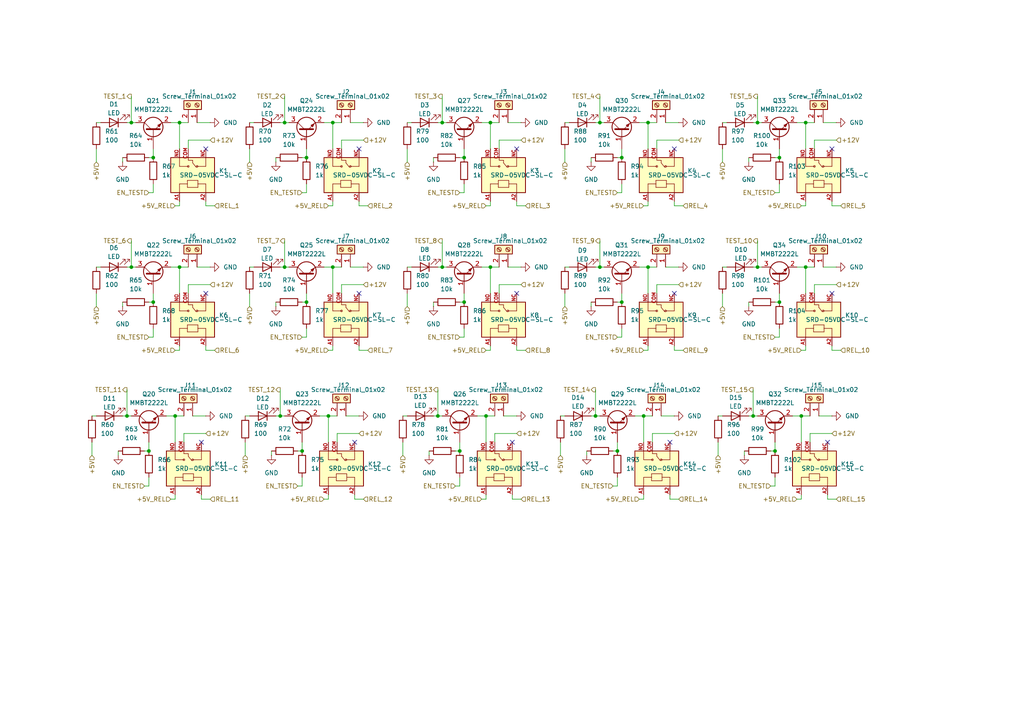
<source format=kicad_sch>
(kicad_sch (version 20231120) (generator "eeschema") (generator_version "8.0")
  (paper "A4")
  (title_block (title "Centralina Pirotecnica") (date "2024-06-28") (rev "2.0"))
  (lib_symbols
    (symbol "Connector:Screw_Terminal_01x02" (pin_names (offset 1.016) hide)
      (property "Reference" "J" (at 0 2.54 0))
      (property "Value" "Screw_Terminal_01x02" (at 0 -5.08 0))
      (symbol "Screw_Terminal_01x02_1_1"
        (pin passive line (at -5.08 0 0) (length 3.81) (name "Pin_1") (number "1"))
        (pin passive line (at -5.08 -2.54 0) (length 3.81) (name "Pin_2") (number "2"))
      )
    )
    (symbol "Device:LED" (pin_numbers hide) (pin_names (offset 1.016) hide)
      (property "Reference" "D" (at 0 2.54 0))
      (property "Value" "LED" (at 0 -2.54 0))
      (symbol "LED_1_1"
        (pin passive line (at -3.81 0 0) (length 2.54) (name "K") (number "1"))
        (pin passive line (at 3.81 0 180) (length 2.54) (name "A") (number "2"))
      )
    )
    (symbol "Device:R" (pin_numbers hide) (pin_names (offset 0))
      (property "Reference" "R" (at 2.032 0 90))
      (property "Value" "R" (at 0 0 90))
      (symbol "R_1_1"
        (pin passive line (at 0 3.81 270) (length 1.27) (name "~") (number "1"))
        (pin passive line (at 0 -3.81 90) (length 1.27) (name "~") (number "2"))
      )
    )
    (symbol "SRD-05VDC-SL-C:SRD-05VDC-SL-C" (pin_names (offset 1.016))
      (property "Reference" "K" (at -5.0809 5.843 0))
      (property "Value" "SRD-05VDC-SL-C" (at -5.0832 -10.1664 0))
      (symbol "SRD-05VDC-SL-C_0_0"
        (pin passive line (at -7.62 2.54 0) (length 2.54) (name "~") (number "A1"))
        (pin passive line (at -7.62 -5.08 0) (length 2.54) (name "~") (number "A2"))
        (pin passive line (at 7.62 0 180) (length 2.54) (name "~") (number "COM"))
        (pin passive line (at 7.62 -5.08 180) (length 2.54) (name "~") (number "NC"))
        (pin passive line (at 7.62 2.54 180) (length 2.54) (name "~") (number "NO"))
      )
    )
    (symbol "Transistor_BJT_SOT-23:2N2219" (pin_names (offset 0) hide)
      (property "Reference" "Q" (at 5.08 1.905 0))
      (property "Value" "2N2219" (at 5.08 0 0))
      (symbol "2N2219_1_1"
        (pin passive line (at -5.08 0 0) (length 5.715) (name "B") (number "1"))
        (pin passive line (at 2.54 -5.08 90) (length 2.54) (name "E") (number "2"))
        (pin passive line (at 2.54 5.08 270) (length 2.54) (name "C") (number "3"))
      )
    )
    (symbol "power:GND" (power) (pin_numbers hide) (pin_names (offset 0) hide)
      (property "Value" "GND" (at 0 -3.81 0))
      (symbol "GND_1_1"
        (pin power_in line (at 0 0 270) (length 0) (name "~") (number "1"))
      )
    )
  )
  (junction (at 82.55 35.56))
  (junction (at 232.41 120.65))
  (junction (at 180.34 87.63))
  (junction (at 128.27 77.47))
  (junction (at 180.34 45.72))
  (junction (at 179.07 130.81))
  (junction (at 44.45 87.63))
  (junction (at 52.07 77.47))
  (junction (at 226.06 45.72))
  (junction (at 96.52 77.47))
  (junction (at 81.28 120.65))
  (junction (at 142.24 77.47))
  (junction (at 134.62 87.63))
  (junction (at 187.96 35.56))
  (junction (at 87.63 130.81))
  (junction (at 140.97 120.65))
  (junction (at 187.96 77.47))
  (junction (at 95.25 120.65))
  (junction (at 142.24 35.56))
  (junction (at 173.99 35.56))
  (junction (at 133.35 130.81))
  (junction (at 219.71 77.47))
  (junction (at 226.06 87.63))
  (junction (at 127 120.65))
  (junction (at 134.62 45.72))
  (junction (at 36.83 120.65))
  (junction (at 172.72 120.65))
  (junction (at 233.68 35.56))
  (junction (at 88.9 45.72))
  (junction (at 43.18 130.81))
  (junction (at 219.71 35.56))
  (junction (at 173.99 77.47))
  (junction (at 38.1 77.47))
  (junction (at 50.8 120.65))
  (junction (at 52.07 35.56))
  (junction (at 38.1 35.56))
  (junction (at 128.27 35.56))
  (junction (at 44.45 45.72))
  (junction (at 186.69 120.65))
  (junction (at 218.44 120.65))
  (junction (at 224.79 130.81))
  (junction (at 88.9 87.63))
  (junction (at 96.52 35.56))
  (junction (at 233.68 77.47))
  (junction (at 82.55 77.47))
  (no_connect (at 102.87 128.27))
  (no_connect (at 58.42 128.27))
  (no_connect (at 149.86 43.18))
  (no_connect (at 241.3 85.09))
  (no_connect (at 194.31 128.27))
  (no_connect (at 241.3 43.18))
  (no_connect (at 148.59 128.27))
  (no_connect (at 240.03 128.27))
  (no_connect (at 195.58 43.18))
  (no_connect (at 59.69 85.09))
  (no_connect (at 149.86 85.09))
  (no_connect (at 104.14 43.18))
  (no_connect (at 195.58 85.09))
  (no_connect (at 59.69 43.18))
  (no_connect (at 104.14 85.09))
  (wire (pts (xy 196.85 40.64) (xy 190.5 40.64)))
  (wire (pts (xy 105.41 82.55) (xy 99.06 82.55)))
  (wire (pts (xy 208.28 120.65) (xy 209.55 120.65)))
  (wire (pts (xy 144.78 82.55) (xy 144.78 85.09)))
  (wire (pts (xy 238.76 35.56) (xy 242.57 35.56)))
  (wire (pts (xy 57.15 35.56) (xy 60.96 35.56)))
  (wire (pts (xy 95.25 101.6) (xy 96.52 101.6)))
  (wire (pts (xy 44.45 85.09) (xy 44.45 87.63)))
  (wire (pts (xy 87.63 45.72) (xy 88.9 45.72)))
  (wire (pts (xy 36.83 35.56) (xy 38.1 35.56)))
  (wire (pts (xy 57.15 77.47) (xy 60.96 77.47)))
  (wire (pts (xy 96.52 35.56) (xy 96.52 43.18)))
  (wire (pts (xy 237.49 120.65) (xy 241.3 120.65)))
  (wire (pts (xy 171.45 45.72) (xy 171.45 46.99)))
  (wire (pts (xy 179.07 87.63) (xy 180.34 87.63)))
  (wire (pts (xy 189.23 125.73) (xy 189.23 128.27)))
  (wire (pts (xy 187.96 77.47) (xy 187.96 85.09)))
  (wire (pts (xy 195.58 100.33) (xy 195.58 101.6)))
  (wire (pts (xy 241.3 59.69) (xy 243.84 59.69)))
  (wire (pts (xy 88.9 85.09) (xy 88.9 87.63)))
  (wire (pts (xy 179.07 138.43) (xy 179.07 140.97)))
  (wire (pts (xy 116.84 120.65) (xy 118.11 120.65)))
  (wire (pts (xy 224.79 138.43) (xy 224.79 140.97)))
  (wire (pts (xy 82.55 77.47) (xy 83.82 77.47)))
  (wire (pts (xy 49.53 77.47) (xy 52.07 77.47)))
  (wire (pts (xy 186.69 101.6) (xy 187.96 101.6)))
  (wire (pts (xy 44.45 53.34) (xy 44.45 55.88)))
  (wire (pts (xy 144.78 77.47) (xy 142.24 77.47)))
  (wire (pts (xy 142.24 77.47) (xy 142.24 85.09)))
  (wire (pts (xy 241.3 100.33) (xy 241.3 101.6)))
  (wire (pts (xy 41.91 130.81) (xy 43.18 130.81)))
  (wire (pts (xy 240.03 143.51) (xy 240.03 144.78)))
  (wire (pts (xy 144.78 35.56) (xy 142.24 35.56)))
  (wire (pts (xy 26.67 120.65) (xy 27.94 120.65)))
  (wire (pts (xy 179.07 45.72) (xy 180.34 45.72)))
  (wire (pts (xy 142.24 35.56) (xy 142.24 43.18)))
  (wire (pts (xy 149.86 58.42) (xy 149.86 59.69)))
  (wire (pts (xy 236.22 82.55) (xy 236.22 85.09)))
  (wire (pts (xy 142.24 58.42) (xy 142.24 59.69)))
  (wire (pts (xy 104.14 125.73) (xy 97.79 125.73)))
  (wire (pts (xy 55.88 120.65) (xy 59.69 120.65)))
  (wire (pts (xy 71.12 120.65) (xy 72.39 120.65)))
  (wire (pts (xy 59.69 58.42) (xy 59.69 59.69)))
  (wire (pts (xy 180.34 85.09) (xy 180.34 87.63)))
  (wire (pts (xy 173.99 69.85) (xy 173.99 77.47)))
  (wire (pts (xy 231.14 77.47) (xy 233.68 77.47)))
  (wire (pts (xy 104.14 100.33) (xy 104.14 101.6)))
  (wire (pts (xy 95.25 120.65) (xy 95.25 128.27)))
  (wire (pts (xy 143.51 125.73) (xy 143.51 128.27)))
  (wire (pts (xy 52.07 35.56) (xy 52.07 43.18)))
  (wire (pts (xy 163.83 43.18) (xy 163.83 46.99)))
  (wire (pts (xy 128.27 69.85) (xy 128.27 77.47)))
  (wire (pts (xy 60.96 82.55) (xy 54.61 82.55)))
  (wire (pts (xy 36.83 77.47) (xy 38.1 77.47)))
  (wire (pts (xy 95.25 143.51) (xy 95.25 144.78)))
  (wire (pts (xy 82.55 35.56) (xy 83.82 35.56)))
  (wire (pts (xy 195.58 101.6) (xy 198.12 101.6)))
  (wire (pts (xy 149.86 100.33) (xy 149.86 101.6)))
  (wire (pts (xy 186.69 120.65) (xy 186.69 128.27)))
  (wire (pts (xy 224.79 87.63) (xy 226.06 87.63)))
  (wire (pts (xy 226.06 53.34) (xy 226.06 55.88)))
  (wire (pts (xy 231.14 144.78) (xy 232.41 144.78)))
  (wire (pts (xy 93.98 35.56) (xy 96.52 35.56)))
  (wire (pts (xy 87.63 128.27) (xy 87.63 130.81)))
  (wire (pts (xy 72.39 77.47) (xy 73.66 77.47)))
  (wire (pts (xy 104.14 101.6) (xy 106.68 101.6)))
  (wire (pts (xy 190.5 82.55) (xy 190.5 85.09)))
  (wire (pts (xy 133.35 140.97) (xy 132.08 140.97)))
  (wire (pts (xy 38.1 69.85) (xy 38.1 77.47)))
  (wire (pts (xy 35.56 87.63) (xy 35.56 88.9)))
  (wire (pts (xy 229.87 120.65) (xy 232.41 120.65)))
  (wire (pts (xy 43.18 128.27) (xy 43.18 130.81)))
  (wire (pts (xy 226.06 43.18) (xy 226.06 45.72)))
  (wire (pts (xy 50.8 120.65) (xy 50.8 128.27)))
  (wire (pts (xy 27.94 43.18) (xy 27.94 46.99)))
  (wire (pts (xy 34.29 130.81) (xy 34.29 132.08)))
  (wire (pts (xy 80.01 87.63) (xy 80.01 88.9)))
  (wire (pts (xy 78.74 130.81) (xy 78.74 132.08)))
  (wire (pts (xy 148.59 144.78) (xy 151.13 144.78)))
  (wire (pts (xy 54.61 77.47) (xy 52.07 77.47)))
  (wire (pts (xy 233.68 35.56) (xy 233.68 43.18)))
  (wire (pts (xy 217.17 87.63) (xy 217.17 88.9)))
  (wire (pts (xy 72.39 35.56) (xy 73.66 35.56)))
  (wire (pts (xy 226.06 95.25) (xy 226.06 97.79)))
  (wire (pts (xy 54.61 82.55) (xy 54.61 85.09)))
  (wire (pts (xy 93.98 144.78) (xy 95.25 144.78)))
  (wire (pts (xy 59.69 100.33) (xy 59.69 101.6)))
  (wire (pts (xy 143.51 120.65) (xy 140.97 120.65)))
  (wire (pts (xy 127 77.47) (xy 128.27 77.47)))
  (wire (pts (xy 138.43 120.65) (xy 140.97 120.65)))
  (wire (pts (xy 140.97 59.69) (xy 142.24 59.69)))
  (wire (pts (xy 27.94 85.09) (xy 27.94 88.9)))
  (wire (pts (xy 86.36 130.81) (xy 87.63 130.81)))
  (wire (pts (xy 72.39 85.09) (xy 72.39 88.9)))
  (wire (pts (xy 59.69 59.69) (xy 62.23 59.69)))
  (wire (pts (xy 88.9 55.88) (xy 87.63 55.88)))
  (wire (pts (xy 190.5 77.47) (xy 187.96 77.47)))
  (wire (pts (xy 189.23 120.65) (xy 186.69 120.65)))
  (wire (pts (xy 173.99 77.47) (xy 175.26 77.47)))
  (wire (pts (xy 187.96 100.33) (xy 187.96 101.6)))
  (wire (pts (xy 209.55 77.47) (xy 210.82 77.47)))
  (wire (pts (xy 132.08 130.81) (xy 133.35 130.81)))
  (wire (pts (xy 233.68 100.33) (xy 233.68 101.6)))
  (wire (pts (xy 140.97 120.65) (xy 140.97 128.27)))
  (wire (pts (xy 172.72 77.47) (xy 173.99 77.47)))
  (wire (pts (xy 50.8 59.69) (xy 52.07 59.69)))
  (wire (pts (xy 53.34 125.73) (xy 53.34 128.27)))
  (wire (pts (xy 140.97 143.51) (xy 140.97 144.78)))
  (wire (pts (xy 118.11 77.47) (xy 119.38 77.47)))
  (wire (pts (xy 93.98 77.47) (xy 96.52 77.47)))
  (wire (pts (xy 170.18 130.81) (xy 170.18 132.08)))
  (wire (pts (xy 179.07 128.27) (xy 179.07 130.81)))
  (wire (pts (xy 163.83 85.09) (xy 163.83 88.9)))
  (wire (pts (xy 195.58 125.73) (xy 189.23 125.73)))
  (wire (pts (xy 180.34 55.88) (xy 179.07 55.88)))
  (wire (pts (xy 180.34 97.79) (xy 179.07 97.79)))
  (wire (pts (xy 35.56 120.65) (xy 36.83 120.65)))
  (wire (pts (xy 87.63 140.97) (xy 86.36 140.97)))
  (wire (pts (xy 184.15 120.65) (xy 186.69 120.65)))
  (wire (pts (xy 193.04 35.56) (xy 196.85 35.56)))
  (wire (pts (xy 80.01 120.65) (xy 81.28 120.65)))
  (wire (pts (xy 236.22 40.64) (xy 236.22 43.18)))
  (wire (pts (xy 44.45 55.88) (xy 43.18 55.88)))
  (wire (pts (xy 105.41 40.64) (xy 99.06 40.64)))
  (wire (pts (xy 99.06 77.47) (xy 96.52 77.47)))
  (wire (pts (xy 38.1 27.94) (xy 38.1 35.56)))
  (wire (pts (xy 144.78 40.64) (xy 144.78 43.18)))
  (wire (pts (xy 99.06 82.55) (xy 99.06 85.09)))
  (wire (pts (xy 134.62 53.34) (xy 134.62 55.88)))
  (wire (pts (xy 172.72 113.03) (xy 172.72 120.65)))
  (wire (pts (xy 194.31 143.51) (xy 194.31 144.78)))
  (wire (pts (xy 36.83 113.03) (xy 36.83 120.65)))
  (wire (pts (xy 43.18 138.43) (xy 43.18 140.97)))
  (wire (pts (xy 140.97 101.6) (xy 142.24 101.6)))
  (wire (pts (xy 217.17 120.65) (xy 218.44 120.65)))
  (wire (pts (xy 219.71 77.47) (xy 220.98 77.47)))
  (wire (pts (xy 226.06 85.09) (xy 226.06 87.63)))
  (wire (pts (xy 139.7 35.56) (xy 142.24 35.56)))
  (wire (pts (xy 44.45 95.25) (xy 44.45 97.79)))
  (wire (pts (xy 179.07 140.97) (xy 177.8 140.97)))
  (wire (pts (xy 218.44 120.65) (xy 219.71 120.65)))
  (wire (pts (xy 149.86 101.6) (xy 152.4 101.6)))
  (wire (pts (xy 134.62 97.79) (xy 133.35 97.79)))
  (wire (pts (xy 186.69 59.69) (xy 187.96 59.69)))
  (wire (pts (xy 209.55 35.56) (xy 210.82 35.56)))
  (wire (pts (xy 99.06 35.56) (xy 96.52 35.56)))
  (wire (pts (xy 52.07 77.47) (xy 52.07 85.09)))
  (wire (pts (xy 87.63 138.43) (xy 87.63 140.97)))
  (wire (pts (xy 104.14 59.69) (xy 106.68 59.69)))
  (wire (pts (xy 87.63 87.63) (xy 88.9 87.63)))
  (wire (pts (xy 38.1 77.47) (xy 39.37 77.47)))
  (wire (pts (xy 234.95 125.73) (xy 234.95 128.27)))
  (wire (pts (xy 196.85 82.55) (xy 190.5 82.55)))
  (wire (pts (xy 208.28 128.27) (xy 208.28 132.08)))
  (wire (pts (xy 162.56 128.27) (xy 162.56 132.08)))
  (wire (pts (xy 35.56 45.72) (xy 35.56 46.99)))
  (wire (pts (xy 59.69 125.73) (xy 53.34 125.73)))
  (wire (pts (xy 71.12 128.27) (xy 71.12 132.08)))
  (wire (pts (xy 101.6 35.56) (xy 105.41 35.56)))
  (wire (pts (xy 43.18 45.72) (xy 44.45 45.72)))
  (wire (pts (xy 81.28 77.47) (xy 82.55 77.47)))
  (wire (pts (xy 146.05 120.65) (xy 149.86 120.65)))
  (wire (pts (xy 128.27 35.56) (xy 129.54 35.56)))
  (wire (pts (xy 118.11 85.09) (xy 118.11 88.9)))
  (wire (pts (xy 38.1 35.56) (xy 39.37 35.56)))
  (wire (pts (xy 52.07 58.42) (xy 52.07 59.69)))
  (wire (pts (xy 88.9 97.79) (xy 87.63 97.79)))
  (wire (pts (xy 88.9 53.34) (xy 88.9 55.88)))
  (wire (pts (xy 125.73 120.65) (xy 127 120.65)))
  (wire (pts (xy 209.55 43.18) (xy 209.55 46.99)))
  (wire (pts (xy 102.87 143.51) (xy 102.87 144.78)))
  (wire (pts (xy 223.52 130.81) (xy 224.79 130.81)))
  (wire (pts (xy 173.99 35.56) (xy 175.26 35.56)))
  (wire (pts (xy 185.42 35.56) (xy 187.96 35.56)))
  (wire (pts (xy 190.5 40.64) (xy 190.5 43.18)))
  (wire (pts (xy 180.34 95.25) (xy 180.34 97.79)))
  (wire (pts (xy 96.52 58.42) (xy 96.52 59.69)))
  (wire (pts (xy 233.68 58.42) (xy 233.68 59.69)))
  (wire (pts (xy 82.55 27.94) (xy 82.55 35.56)))
  (wire (pts (xy 172.72 120.65) (xy 173.99 120.65)))
  (wire (pts (xy 36.83 120.65) (xy 38.1 120.65)))
  (wire (pts (xy 241.3 125.73) (xy 234.95 125.73)))
  (wire (pts (xy 96.52 100.33) (xy 96.52 101.6)))
  (wire (pts (xy 118.11 35.56) (xy 119.38 35.56)))
  (wire (pts (xy 49.53 144.78) (xy 50.8 144.78)))
  (wire (pts (xy 124.46 130.81) (xy 124.46 132.08)))
  (wire (pts (xy 43.18 140.97) (xy 41.91 140.97)))
  (wire (pts (xy 49.53 35.56) (xy 52.07 35.56)))
  (wire (pts (xy 125.73 45.72) (xy 125.73 46.99)))
  (wire (pts (xy 195.58 58.42) (xy 195.58 59.69)))
  (wire (pts (xy 219.71 35.56) (xy 220.98 35.56)))
  (wire (pts (xy 54.61 40.64) (xy 54.61 43.18)))
  (wire (pts (xy 149.86 125.73) (xy 143.51 125.73)))
  (wire (pts (xy 58.42 143.51) (xy 58.42 144.78)))
  (wire (pts (xy 172.72 35.56) (xy 173.99 35.56)))
  (wire (pts (xy 242.57 82.55) (xy 236.22 82.55)))
  (wire (pts (xy 219.71 27.94) (xy 219.71 35.56)))
  (wire (pts (xy 44.45 43.18) (xy 44.45 45.72)))
  (wire (pts (xy 127 113.03) (xy 127 120.65)))
  (wire (pts (xy 186.69 143.51) (xy 186.69 144.78)))
  (wire (pts (xy 133.35 138.43) (xy 133.35 140.97)))
  (wire (pts (xy 88.9 95.25) (xy 88.9 97.79)))
  (wire (pts (xy 50.8 143.51) (xy 50.8 144.78)))
  (wire (pts (xy 217.17 45.72) (xy 217.17 46.99)))
  (wire (pts (xy 27.94 77.47) (xy 29.21 77.47)))
  (wire (pts (xy 224.79 45.72) (xy 226.06 45.72)))
  (wire (pts (xy 96.52 77.47) (xy 96.52 85.09)))
  (wire (pts (xy 128.27 27.94) (xy 128.27 35.56)))
  (wire (pts (xy 187.96 58.42) (xy 187.96 59.69)))
  (wire (pts (xy 54.61 35.56) (xy 52.07 35.56)))
  (wire (pts (xy 127 35.56) (xy 128.27 35.56)))
  (wire (pts (xy 173.99 27.94) (xy 173.99 35.56)))
  (wire (pts (xy 215.9 130.81) (xy 215.9 132.08)))
  (wire (pts (xy 231.14 35.56) (xy 233.68 35.56)))
  (wire (pts (xy 185.42 144.78) (xy 186.69 144.78)))
  (wire (pts (xy 180.34 43.18) (xy 180.34 45.72)))
  (wire (pts (xy 236.22 77.47) (xy 233.68 77.47)))
  (wire (pts (xy 133.35 45.72) (xy 134.62 45.72)))
  (wire (pts (xy 193.04 77.47) (xy 196.85 77.47)))
  (wire (pts (xy 151.13 82.55) (xy 144.78 82.55)))
  (wire (pts (xy 104.14 58.42) (xy 104.14 59.69)))
  (wire (pts (xy 162.56 120.65) (xy 163.83 120.65)))
  (wire (pts (xy 95.25 59.69) (xy 96.52 59.69)))
  (wire (pts (xy 194.31 144.78) (xy 196.85 144.78)))
  (wire (pts (xy 209.55 85.09) (xy 209.55 88.9)))
  (wire (pts (xy 149.86 59.69) (xy 152.4 59.69)))
  (wire (pts (xy 147.32 77.47) (xy 151.13 77.47)))
  (wire (pts (xy 242.57 40.64) (xy 236.22 40.64)))
  (wire (pts (xy 147.32 35.56) (xy 151.13 35.56)))
  (wire (pts (xy 236.22 35.56) (xy 233.68 35.56)))
  (wire (pts (xy 139.7 144.78) (xy 140.97 144.78)))
  (wire (pts (xy 52.07 100.33) (xy 52.07 101.6)))
  (wire (pts (xy 142.24 100.33) (xy 142.24 101.6)))
  (wire (pts (xy 27.94 35.56) (xy 29.21 35.56)))
  (wire (pts (xy 81.28 113.03) (xy 81.28 120.65)))
  (wire (pts (xy 139.7 77.47) (xy 142.24 77.47)))
  (wire (pts (xy 241.3 101.6) (xy 243.84 101.6)))
  (wire (pts (xy 118.11 43.18) (xy 118.11 46.99)))
  (wire (pts (xy 58.42 144.78) (xy 60.96 144.78)))
  (wire (pts (xy 238.76 77.47) (xy 242.57 77.47)))
  (wire (pts (xy 127 120.65) (xy 128.27 120.65)))
  (wire (pts (xy 26.67 128.27) (xy 26.67 132.08)))
  (wire (pts (xy 81.28 35.56) (xy 82.55 35.56)))
  (wire (pts (xy 134.62 43.18) (xy 134.62 45.72)))
  (wire (pts (xy 97.79 120.65) (xy 95.25 120.65)))
  (wire (pts (xy 44.45 97.79) (xy 43.18 97.79)))
  (wire (pts (xy 218.44 113.03) (xy 218.44 120.65)))
  (wire (pts (xy 100.33 120.65) (xy 104.14 120.65)))
  (wire (pts (xy 232.41 59.69) (xy 233.68 59.69)))
  (wire (pts (xy 226.06 97.79) (xy 224.79 97.79)))
  (wire (pts (xy 133.35 128.27) (xy 133.35 130.81)))
  (wire (pts (xy 43.18 87.63) (xy 44.45 87.63)))
  (wire (pts (xy 60.96 40.64) (xy 54.61 40.64)))
  (wire (pts (xy 92.71 120.65) (xy 95.25 120.65)))
  (wire (pts (xy 171.45 120.65) (xy 172.72 120.65)))
  (wire (pts (xy 241.3 58.42) (xy 241.3 59.69)))
  (wire (pts (xy 134.62 55.88) (xy 133.35 55.88)))
  (wire (pts (xy 232.41 120.65) (xy 232.41 128.27)))
  (wire (pts (xy 219.71 69.85) (xy 219.71 77.47)))
  (wire (pts (xy 88.9 43.18) (xy 88.9 45.72)))
  (wire (pts (xy 190.5 35.56) (xy 187.96 35.56)))
  (wire (pts (xy 163.83 35.56) (xy 165.1 35.56)))
  (wire (pts (xy 234.95 120.65) (xy 232.41 120.65)))
  (wire (pts (xy 133.35 87.63) (xy 134.62 87.63)))
  (wire (pts (xy 218.44 35.56) (xy 219.71 35.56)))
  (wire (pts (xy 218.44 77.47) (xy 219.71 77.47)))
  (wire (pts (xy 134.62 95.25) (xy 134.62 97.79)))
  (wire (pts (xy 148.59 143.51) (xy 148.59 144.78)))
  (wire (pts (xy 151.13 40.64) (xy 144.78 40.64)))
  (wire (pts (xy 226.06 55.88) (xy 224.79 55.88)))
  (wire (pts (xy 232.41 143.51) (xy 232.41 144.78)))
  (wire (pts (xy 128.27 77.47) (xy 129.54 77.47)))
  (wire (pts (xy 185.42 77.47) (xy 187.96 77.47)))
  (wire (pts (xy 171.45 87.63) (xy 171.45 88.9)))
  (wire (pts (xy 134.62 85.09) (xy 134.62 87.63)))
  (wire (pts (xy 232.41 101.6) (xy 233.68 101.6)))
  (wire (pts (xy 82.55 69.85) (xy 82.55 77.47)))
  (wire (pts (xy 50.8 101.6) (xy 52.07 101.6)))
  (wire (pts (xy 240.03 144.78) (xy 242.57 144.78)))
  (wire (pts (xy 80.01 45.72) (xy 80.01 46.99)))
  (wire (pts (xy 233.68 77.47) (xy 233.68 85.09)))
  (wire (pts (xy 72.39 43.18) (xy 72.39 46.99)))
  (wire (pts (xy 99.06 40.64) (xy 99.06 43.18)))
  (wire (pts (xy 53.34 120.65) (xy 50.8 120.65)))
  (wire (pts (xy 195.58 59.69) (xy 198.12 59.69)))
  (wire (pts (xy 116.84 128.27) (xy 116.84 132.08)))
  (wire (pts (xy 187.96 35.56) (xy 187.96 43.18)))
  (wire (pts (xy 97.79 125.73) (xy 97.79 128.27)))
  (wire (pts (xy 191.77 120.65) (xy 195.58 120.65)))
  (wire (pts (xy 48.26 120.65) (xy 50.8 120.65)))
  (wire (pts (xy 81.28 120.65) (xy 82.55 120.65)))
  (wire (pts (xy 180.34 53.34) (xy 180.34 55.88)))
  (wire (pts (xy 101.6 77.47) (xy 105.41 77.47)))
  (wire (pts (xy 163.83 77.47) (xy 165.1 77.47)))
  (wire (pts (xy 224.79 140.97) (xy 223.52 140.97)))
  (wire (pts (xy 125.73 87.63) (xy 125.73 88.9)))
  (wire (pts (xy 59.69 101.6) (xy 62.23 101.6)))
  (wire (pts (xy 224.79 128.27) (xy 224.79 130.81)))
  (wire (pts (xy 102.87 144.78) (xy 105.41 144.78)))
  (wire (pts (xy 177.8 130.81) (xy 179.07 130.81)))
  (hierarchical_label "+5V" (shape input) (at 116.84 132.08 270))
  (hierarchical_label "+5V_REL" (shape input) (at 186.69 59.69 180))
  (hierarchical_label "+5V" (shape input) (at 72.39 88.9 270))
  (hierarchical_label "EN_TEST" (shape input) (at 224.79 55.88 180))
  (hierarchical_label "+12V" (shape input) (at 242.57 82.55 0))
  (hierarchical_label "REL_1" (shape input) (at 62.23 59.69 0))
  (hierarchical_label "REL_3" (shape input) (at 152.4 59.69 0))
  (hierarchical_label "TEST_7" (shape output) (at 82.55 69.85 180))
  (hierarchical_label "REL_2" (shape input) (at 106.68 59.69 0))
  (hierarchical_label "TEST_8" (shape output) (at 128.27 69.85 180))
  (hierarchical_label "REL_4" (shape input) (at 198.12 59.69 0))
  (hierarchical_label "+5V_REL" (shape input) (at 185.42 144.78 180))
  (hierarchical_label "TEST_6" (shape output) (at 38.1 69.85 180))
  (hierarchical_label "EN_TEST" (shape input) (at 133.35 97.79 180))
  (hierarchical_label "TEST_3" (shape output) (at 128.27 27.94 180))
  (hierarchical_label "REL_8" (shape input) (at 152.4 101.6 0))
  (hierarchical_label "TEST_10" (shape output) (at 219.71 69.85 180))
  (hierarchical_label "EN_TEST" (shape input) (at 223.52 140.97 180))
  (hierarchical_label "TEST_2" (shape output) (at 82.55 27.94 180))
  (hierarchical_label "+5V" (shape input) (at 209.55 88.9 270))
  (hierarchical_label "+5V" (shape input) (at 27.94 88.9 270))
  (hierarchical_label "+12V" (shape input) (at 105.41 40.64 0))
  (hierarchical_label "+12V" (shape input) (at 241.3 125.73 0))
  (hierarchical_label "+5V_REL" (shape input) (at 50.8 101.6 180))
  (hierarchical_label "REL_13" (shape input) (at 151.13 144.78 0))
  (hierarchical_label "+12V" (shape input) (at 196.85 82.55 0))
  (hierarchical_label "+5V_REL" (shape input) (at 186.69 101.6 180))
  (hierarchical_label "+5V" (shape input) (at 72.39 46.99 270))
  (hierarchical_label "+12V" (shape input) (at 151.13 82.55 0))
  (hierarchical_label "TEST_4" (shape output) (at 173.99 27.94 180))
  (hierarchical_label "+5V_REL" (shape input) (at 232.41 59.69 180))
  (hierarchical_label "+5V_REL" (shape input) (at 49.53 144.78 180))
  (hierarchical_label "+12V" (shape input) (at 151.13 40.64 0))
  (hierarchical_label "+5V" (shape input) (at 209.55 46.99 270))
  (hierarchical_label "REL_6" (shape input) (at 62.23 101.6 0))
  (hierarchical_label "+5V" (shape input) (at 162.56 132.08 270))
  (hierarchical_label "+5V" (shape input) (at 118.11 46.99 270))
  (hierarchical_label "+5V" (shape input) (at 118.11 88.9 270))
  (hierarchical_label "+5V_REL" (shape input) (at 140.97 101.6 180))
  (hierarchical_label "REL_11" (shape input) (at 60.96 144.78 0))
  (hierarchical_label "REL_9" (shape input) (at 198.12 101.6 0))
  (hierarchical_label "+5V" (shape input) (at 163.83 88.9 270))
  (hierarchical_label "REL_5" (shape input) (at 243.84 59.69 0))
  (hierarchical_label "+5V" (shape input) (at 26.67 132.08 270))
  (hierarchical_label "+12V" (shape input) (at 60.96 40.64 0))
  (hierarchical_label "+12V" (shape input) (at 196.85 40.64 0))
  (hierarchical_label "+5V_REL" (shape input) (at 139.7 144.78 180))
  (hierarchical_label "TEST_9" (shape output) (at 173.99 69.85 180))
  (hierarchical_label "EN_TEST" (shape input) (at 224.79 97.79 180))
  (hierarchical_label "+5V" (shape input) (at 27.94 46.99 270))
  (hierarchical_label "REL_15" (shape input) (at 242.57 144.78 0))
  (hierarchical_label "EN_TEST" (shape input) (at 87.63 97.79 180))
  (hierarchical_label "EN_TEST" (shape input) (at 132.08 140.97 180))
  (hierarchical_label "TEST_5" (shape output) (at 219.71 27.94 180))
  (hierarchical_label "EN_TEST" (shape input) (at 43.18 97.79 180))
  (hierarchical_label "TEST_11" (shape output) (at 36.83 113.03 180))
  (hierarchical_label "EN_TEST" (shape input) (at 179.07 55.88 180))
  (hierarchical_label "+5V" (shape input) (at 71.12 132.08 270))
  (hierarchical_label "+5V_REL" (shape input) (at 140.97 59.69 180))
  (hierarchical_label "REL_7" (shape input) (at 106.68 101.6 0))
  (hierarchical_label "+5V_REL" (shape input) (at 50.8 59.69 180))
  (hierarchical_label "TEST_14" (shape output) (at 172.72 113.03 180))
  (hierarchical_label "+12V" (shape input) (at 149.86 125.73 0))
  (hierarchical_label "+12V" (shape input) (at 60.96 82.55 0))
  (hierarchical_label "REL_12" (shape input) (at 105.41 144.78 0))
  (hierarchical_label "EN_TEST" (shape input) (at 41.91 140.97 180))
  (hierarchical_label "+12V" (shape input) (at 105.41 82.55 0))
  (hierarchical_label "+5V_REL" (shape input) (at 95.25 59.69 180))
  (hierarchical_label "TEST_15" (shape output) (at 218.44 113.03 180))
  (hierarchical_label "EN_TEST" (shape input) (at 87.63 55.88 180))
  (hierarchical_label "+12V" (shape input) (at 104.14 125.73 0))
  (hierarchical_label "+5V_REL" (shape input) (at 232.41 101.6 180))
  (hierarchical_label "+5V" (shape input) (at 208.28 132.08 270))
  (hierarchical_label "+5V_REL" (shape input) (at 95.25 101.6 180))
  (hierarchical_label "TEST_1" (shape output) (at 38.1 27.94 180))
  (hierarchical_label "+5V_REL" (shape input) (at 93.98 144.78 180))
  (hierarchical_label "EN_TEST" (shape input) (at 133.35 55.88 180))
  (hierarchical_label "+5V" (shape input) (at 163.83 46.99 270))
  (hierarchical_label "TEST_12" (shape output) (at 81.28 113.03 180))
  (hierarchical_label "+12V" (shape input) (at 242.57 40.64 0))
  (hierarchical_label "TEST_13" (shape output) (at 127 113.03 180))
  (hierarchical_label "REL_14" (shape input) (at 196.85 144.78 0))
  (hierarchical_label "+12V" (shape input) (at 59.69 125.73 0))
  (hierarchical_label "EN_TEST" (shape input) (at 86.36 140.97 180))
  (hierarchical_label "EN_TEST" (shape input) (at 43.18 55.88 180))
  (hierarchical_label "+5V_REL" (shape input) (at 231.14 144.78 180))
  (hierarchical_label "EN_TEST" (shape input) (at 179.07 97.79 180))
  (hierarchical_label "REL_10" (shape input) (at 243.84 101.6 0))
  (hierarchical_label "+12V" (shape input) (at 195.58 125.73 0))
  (hierarchical_label "EN_TEST" (shape input) (at 177.8 140.97 180))
  (symbol (lib_id "Device:R") (at 163.83 39.37 0) (unit 1)
    (property "Reference" "R88" (at 166.37 38.0999 0) (effects (justify left)))
    (property "Value" "100" (at 166.37 40.6399 0) (effects (justify left)))
    (property "Footprint" "Resistor_SMD:R_0805_2012Metric" (effects (hide yes)))
    (property "Description" "Resistor" (effects (hide yes)))
    (property "REF" "C17408" (effects (hide yes)))
  )
  (symbol (lib_id "Device:R") (at 162.56 124.46 0) (unit 1)
    (property "Reference" "R87" (at 165.1 123.1899 0) (effects (justify left)))
    (property "Value" "100" (at 165.1 125.7299 0) (effects (justify left)))
    (property "Footprint" "Resistor_SMD:R_0805_2012Metric" (effects (hide yes)))
    (property "Description" "Resistor" (effects (hide yes)))
    (property "REF" "C17408" (effects (hide yes)))
  )
  (symbol (lib_id "Device:R") (at 134.62 91.44 0) (unit 1)
    (property "Reference" "R86" (at 137.16 90.1699 0) (effects (justify left)))
    (property "Value" "1k" (at 137.16 92.7099 0) (effects (justify left)))
    (property "Footprint" "Resistor_SMD:R_0805_2012Metric" (effects (hide yes)))
    (property "Description" "Resistor" (effects (hide yes)))
    (property "REF" "C100046" (effects (hide yes)))
  )
  (symbol (lib_id "Device:R") (at 72.39 81.28 0) (unit 1)
    (property "Reference" "R71" (at 74.93 80.0099 0) (effects (justify left)))
    (property "Value" "100" (at 74.93 82.5499 0) (effects (justify left)))
    (property "Footprint" "Resistor_SMD:R_0805_2012Metric" (effects (hide yes)))
    (property "Description" "Resistor" (effects (hide yes)))
    (property "REF" "C17408" (effects (hide yes)))
  )
  (symbol (lib_id "power:GND") (at 195.58 120.65 90) (unit 1)
    (property "Reference" "#PWR056" (effects (hide yes)))
    (property "Value" "GND" (at 199.39 120.6499 90) (effects (justify right)))
    (property "Description" "Power symbol creates a global label with name \"GND\" , ground" (effects (hide yes)))
  )
  (symbol (lib_id "power:GND") (at 59.69 120.65 90) (unit 1)
    (property "Reference" "#PWR050" (effects (hide yes)))
    (property "Value" "GND" (at 63.5 120.6499 90) (effects (justify right)))
    (property "Description" "Power symbol creates a global label with name \"GND\" , ground" (effects (hide yes)))
  )
  (symbol (lib_id "Device:R") (at 209.55 39.37 0) (unit 1)
    (property "Reference" "R97" (at 212.09 38.0999 0) (effects (justify left)))
    (property "Value" "100" (at 212.09 40.6399 0) (effects (justify left)))
    (property "Footprint" "Resistor_SMD:R_0805_2012Metric" (effects (hide yes)))
    (property "Description" "Resistor" (effects (hide yes)))
    (property "REF" "C17408" (effects (hide yes)))
  )
  (symbol (lib_id "power:GND") (at 80.01 88.9 0) (unit 1)
    (property "Reference" "#PWR041" (effects (hide yes)))
    (property "Value" "GND" (at 80.01 93.98 0))
    (property "Description" "Power symbol creates a global label with name \"GND\" , ground" (effects (hide yes)))
  )
  (symbol (lib_id "Transistor_BJT_SOT-23:2N2219") (at 88.9 80.01 90) (unit 1)
    (property "Reference" "Q25" (at 88.9 71.12 90))
    (property "Value" "MMBT2222L" (at 88.9 73.66 90))
    (property "Footprint" "Package_TO_SOT_SMD:SOT-23" (effects (hide yes)))
    (property "Datasheet" "https://www.onsemi.com/pdf/datasheet/mmbt2222lt1-d.pdf" (effects (hide yes)))
    (property "Description" "800mA Ic, 50V Vce, NPN Transistor, TO-39" (effects (hide yes)))
    (property "REF" "C8512" (effects (hide yes)))
  )
  (symbol (lib_id "Device:R") (at 175.26 87.63 270) (unit 1)
    (property "Reference" "R92" (at 175.26 81.28 90))
    (property "Value" "10k" (at 175.26 83.82 90))
    (property "Footprint" "Resistor_SMD:R_0805_2012Metric" (effects (hide yes)))
    (property "Description" "Resistor" (effects (hide yes)))
    (property "REF" "C17414" (effects (hide yes)))
  )
  (symbol (lib_id "SRD-05VDC-SL-C:SRD-05VDC-SL-C") (at 144.78 50.8 90) (unit 1)
    (property "Reference" "K3" (at 153.67 49.5299 90) (effects (justify right)))
    (property "Value" "SRD-05VDC-SL-C" (at 142.24 50.8 90) (effects (justify right)))
    (property "Footprint" "SRD-05VDC-SL-C:RELAY_SRD-05VDC-SL-C" (effects (hide yes)))
    (property "Datasheet" "https://wmsc.lcsc.com/wmsc/upload/file/pdf/v2/lcsc/2304140030_Ningbo-Songle-Relay-SRD-05VDC-SL-C_C35449.pdf" (effects (hide yes)))
    (property "MF" "Songle Relay" (effects (hide yes)))
    (property "Description_1" "\n5V Trigger Relay Module For Arduino And Raspberry Pi 5V Trigger Relay Module For Arduino And Raspberry Pi\n" (effects (hide yes)))
    (property "Package" "NON STANDARD-5 Songle Relay" (effects (hide yes)))
    (property "Price" "None" (effects (hide yes)))
    (property "Check_prices" "https://www.snapeda.com/parts/SRD-05VDC-SL-C/Songle+Relay/view-part/?ref=eda" (effects (hide yes)))
    (property "STANDARD" "IPC-7251" (effects (hide yes)))
    (property "SnapEDA_Link" "https://www.snapeda.com/parts/SRD-05VDC-SL-C/Songle+Relay/view-part/?ref=snap" (effects (hide yes)))
    (property "MP" "SRD-05VDC-SL-C" (effects (hide yes)))
    (property "Availability" "Not in stock" (effects (hide yes)))
    (property "MANUFACTURER" "SONGLE RELAY" (effects (hide yes)))
    (property "REF" "C35449" (effects (hide yes)))
  )
  (symbol (lib_id "Device:R") (at 129.54 45.72 270) (unit 1)
    (property "Reference" "R82" (at 129.54 39.37 90))
    (property "Value" "10k" (at 129.54 41.91 90))
    (property "Footprint" "Resistor_SMD:R_0805_2012Metric" (effects (hide yes)))
    (property "Description" "Resistor" (effects (hide yes)))
    (property "REF" "C17414" (effects (hide yes)))
  )
  (symbol (lib_id "Connector:Screw_Terminal_01x02") (at 100.33 115.57 270) (mirror x) (unit 1)
    (property "Reference" "J12" (at 97.79 111.76 90) (effects (justify left)))
    (property "Value" "Screw_Terminal_01x02" (at 90.17 113.03 90) (effects (justify left)))
    (property "Footprint" "w_conn_screw:mors_2p" (effects (hide yes)))
    (property "Description" "Generic screw terminal, single row, 01x02, script generated (kicad-library-utils/schlib/autogen/connector/)" (effects (hide yes)))
    (property "REF" "C5188434" (effects (hide yes)))
  )
  (symbol (lib_id "Device:LED") (at 123.19 77.47 180) (unit 1)
    (property "Reference" "D8" (at 123.19 72.39 0))
    (property "Value" "LED" (at 123.19 74.93 0))
    (property "Footprint" "LED_SMD:LED_0805_2012Metric" (effects (hide yes)))
    (property "Datasheet" "https://wmsc.lcsc.com/wmsc/upload/file/pdf/v2/lcsc/2008201032_Foshan-NationStar-Optoelectronics-NCD0603R1_C84263.pdf" (effects (hide yes)))
    (property "Description" "Light emitting diode" (effects (hide yes)))
    (property "REF" "C84256" (effects (hide yes)))
  )
  (symbol (lib_id "power:GND") (at 241.3 120.65 90) (unit 1)
    (property "Reference" "#PWR058" (effects (hide yes)))
    (property "Value" "GND" (at 245.11 120.6499 90) (effects (justify right)))
    (property "Description" "Power symbol creates a global label with name \"GND\" , ground" (effects (hide yes)))
  )
  (symbol (lib_id "power:GND") (at 217.17 88.9 0) (unit 1)
    (property "Reference" "#PWR047" (effects (hide yes)))
    (property "Value" "GND" (at 217.17 93.98 0))
    (property "Description" "Power symbol creates a global label with name \"GND\" , ground" (effects (hide yes)))
  )
  (symbol (lib_id "Connector:Screw_Terminal_01x02") (at 193.04 72.39 270) (mirror x) (unit 1)
    (property "Reference" "J9" (at 190.5 68.58 90) (effects (justify left)))
    (property "Value" "Screw_Terminal_01x02" (at 182.88 69.85 90) (effects (justify left)))
    (property "Footprint" "w_conn_screw:mors_2p" (effects (hide yes)))
    (property "Description" "Generic screw terminal, single row, 01x02, script generated (kicad-library-utils/schlib/autogen/connector/)" (effects (hide yes)))
    (property "REF" "C5188434" (effects (hide yes)))
  )
  (symbol (lib_id "Transistor_BJT_SOT-23:2N2219") (at 226.06 38.1 90) (unit 1)
    (property "Reference" "Q33" (at 226.06 29.21 90))
    (property "Value" "MMBT2222L" (at 226.06 31.75 90))
    (property "Footprint" "Package_TO_SOT_SMD:SOT-23" (effects (hide yes)))
    (property "Datasheet" "https://www.onsemi.com/pdf/datasheet/mmbt2222lt1-d.pdf" (effects (hide yes)))
    (property "Description" "800mA Ic, 50V Vce, NPN Transistor, TO-39" (effects (hide yes)))
    (property "REF" "C8512" (effects (hide yes)))
  )
  (symbol (lib_id "Transistor_BJT_SOT-23:2N2219") (at 226.06 80.01 90) (unit 1)
    (property "Reference" "Q34" (at 226.06 71.12 90))
    (property "Value" "MMBT2222L" (at 226.06 73.66 90))
    (property "Footprint" "Package_TO_SOT_SMD:SOT-23" (effects (hide yes)))
    (property "Datasheet" "https://www.onsemi.com/pdf/datasheet/mmbt2222lt1-d.pdf" (effects (hide yes)))
    (property "Description" "800mA Ic, 50V Vce, NPN Transistor, TO-39" (effects (hide yes)))
    (property "REF" "C8512" (effects (hide yes)))
  )
  (symbol (lib_id "SRD-05VDC-SL-C:SRD-05VDC-SL-C") (at 144.78 92.71 90) (unit 1)
    (property "Reference" "K8" (at 153.67 91.4399 90) (effects (justify right)))
    (property "Value" "SRD-05VDC-SL-C" (at 142.24 92.71 90) (effects (justify right)))
    (property "Footprint" "SRD-05VDC-SL-C:RELAY_SRD-05VDC-SL-C" (effects (hide yes)))
    (property "Datasheet" "https://wmsc.lcsc.com/wmsc/upload/file/pdf/v2/lcsc/2304140030_Ningbo-Songle-Relay-SRD-05VDC-SL-C_C35449.pdf" (effects (hide yes)))
    (property "MF" "Songle Relay" (effects (hide yes)))
    (property "Description_1" "\n5V Trigger Relay Module For Arduino And Raspberry Pi 5V Trigger Relay Module For Arduino And Raspberry Pi\n" (effects (hide yes)))
    (property "Package" "NON STANDARD-5 Songle Relay" (effects (hide yes)))
    (property "Price" "None" (effects (hide yes)))
    (property "Check_prices" "https://www.snapeda.com/parts/SRD-05VDC-SL-C/Songle+Relay/view-part/?ref=eda" (effects (hide yes)))
    (property "STANDARD" "IPC-7251" (effects (hide yes)))
    (property "SnapEDA_Link" "https://www.snapeda.com/parts/SRD-05VDC-SL-C/Songle+Relay/view-part/?ref=snap" (effects (hide yes)))
    (property "MP" "SRD-05VDC-SL-C" (effects (hide yes)))
    (property "Availability" "Not in stock" (effects (hide yes)))
    (property "MANUFACTURER" "SONGLE RELAY" (effects (hide yes)))
    (property "REF" "C35449" (effects (hide yes)))
  )
  (symbol (lib_id "power:GND") (at 124.46 132.08 0) (unit 1)
    (property "Reference" "#PWR053" (effects (hide yes)))
    (property "Value" "GND" (at 124.46 137.16 0))
    (property "Description" "Power symbol creates a global label with name \"GND\" , ground" (effects (hide yes)))
  )
  (symbol (lib_id "SRD-05VDC-SL-C:SRD-05VDC-SL-C") (at 234.95 135.89 90) (unit 1)
    (property "Reference" "K15" (at 243.84 134.6199 90) (effects (justify right)))
    (property "Value" "SRD-05VDC-SL-C" (at 232.41 135.89 90) (effects (justify right)))
    (property "Footprint" "SRD-05VDC-SL-C:RELAY_SRD-05VDC-SL-C" (effects (hide yes)))
    (property "Datasheet" "https://wmsc.lcsc.com/wmsc/upload/file/pdf/v2/lcsc/2304140030_Ningbo-Songle-Relay-SRD-05VDC-SL-C_C35449.pdf" (effects (hide yes)))
    (property "MF" "Songle Relay" (effects (hide yes)))
    (property "Description_1" "\n5V Trigger Relay Module For Arduino And Raspberry Pi 5V Trigger Relay Module For Arduino And Raspberry Pi\n" (effects (hide yes)))
    (property "Package" "NON STANDARD-5 Songle Relay" (effects (hide yes)))
    (property "Price" "None" (effects (hide yes)))
    (property "Check_prices" "https://www.snapeda.com/parts/SRD-05VDC-SL-C/Songle+Relay/view-part/?ref=eda" (effects (hide yes)))
    (property "STANDARD" "IPC-7251" (effects (hide yes)))
    (property "SnapEDA_Link" "https://www.snapeda.com/parts/SRD-05VDC-SL-C/Songle+Relay/view-part/?ref=snap" (effects (hide yes)))
    (property "MP" "SRD-05VDC-SL-C" (effects (hide yes)))
    (property "Availability" "Not in stock" (effects (hide yes)))
    (property "MANUFACTURER" "SONGLE RELAY" (effects (hide yes)))
    (property "REF" "C35449" (effects (hide yes)))
  )
  (symbol (lib_id "Connector:Screw_Terminal_01x02") (at 147.32 72.39 270) (mirror x) (unit 1)
    (property "Reference" "J8" (at 144.78 68.58 90) (effects (justify left)))
    (property "Value" "Screw_Terminal_01x02" (at 137.16 69.85 90) (effects (justify left)))
    (property "Footprint" "w_conn_screw:mors_2p" (effects (hide yes)))
    (property "Description" "Generic screw terminal, single row, 01x02, script generated (kicad-library-utils/schlib/autogen/connector/)" (effects (hide yes)))
    (property "REF" "C5188434" (effects (hide yes)))
  )
  (symbol (lib_id "power:GND") (at 35.56 88.9 0) (unit 1)
    (property "Reference" "#PWR039" (effects (hide yes)))
    (property "Value" "GND" (at 35.56 93.98 0))
    (property "Description" "Power symbol creates a global label with name \"GND\" , ground" (effects (hide yes)))
  )
  (symbol (lib_id "power:GND") (at 35.56 46.99 0) (unit 1)
    (property "Reference" "#PWR029" (effects (hide yes)))
    (property "Value" "GND" (at 35.56 52.07 0))
    (property "Description" "Power symbol creates a global label with name \"GND\" , ground" (effects (hide yes)))
  )
  (symbol (lib_id "Device:R") (at 38.1 130.81 270) (unit 1)
    (property "Reference" "R63" (at 38.1 124.46 90))
    (property "Value" "10k" (at 38.1 127 90))
    (property "Footprint" "Resistor_SMD:R_0805_2012Metric" (effects (hide yes)))
    (property "Description" "Resistor" (effects (hide yes)))
    (property "REF" "C17414" (effects (hide yes)))
  )
  (symbol (lib_id "Device:LED") (at 33.02 77.47 180) (unit 1)
    (property "Reference" "D6" (at 33.02 71.882 0))
    (property "Value" "LED" (at 33.02 74.422 0))
    (property "Footprint" "LED_SMD:LED_0805_2012Metric" (effects (hide yes)))
    (property "Datasheet" "https://wmsc.lcsc.com/wmsc/upload/file/pdf/v2/lcsc/2008201032_Foshan-NationStar-Optoelectronics-NCD0603R1_C84263.pdf" (effects (hide yes)))
    (property "Description" "Light emitting diode" (effects (hide yes)))
    (property "REF" "C84256" (effects (hide yes)))
  )
  (symbol (lib_id "Transistor_BJT_SOT-23:2N2219") (at 180.34 80.01 90) (unit 1)
    (property "Reference" "Q31" (at 180.34 71.12 90))
    (property "Value" "MMBT2222L" (at 180.34 73.66 90))
    (property "Footprint" "Package_TO_SOT_SMD:SOT-23" (effects (hide yes)))
    (property "Datasheet" "https://www.onsemi.com/pdf/datasheet/mmbt2222lt1-d.pdf" (effects (hide yes)))
    (property "Description" "800mA Ic, 50V Vce, NPN Transistor, TO-39" (effects (hide yes)))
    (property "REF" "C8512" (effects (hide yes)))
  )
  (symbol (lib_id "Device:R") (at 209.55 81.28 0) (unit 1)
    (property "Reference" "R98" (at 212.09 80.0099 0) (effects (justify left)))
    (property "Value" "100" (at 212.09 82.5499 0) (effects (justify left)))
    (property "Footprint" "Resistor_SMD:R_0805_2012Metric" (effects (hide yes)))
    (property "Description" "Resistor" (effects (hide yes)))
    (property "REF" "C17408" (effects (hide yes)))
  )
  (symbol (lib_id "Connector:Screw_Terminal_01x02") (at 101.6 72.39 270) (mirror x) (unit 1)
    (property "Reference" "J7" (at 99.06 68.58 90) (effects (justify left)))
    (property "Value" "Screw_Terminal_01x02" (at 91.44 69.85 90) (effects (justify left)))
    (property "Footprint" "w_conn_screw:mors_2p" (effects (hide yes)))
    (property "Description" "Generic screw terminal, single row, 01x02, script generated (kicad-library-utils/schlib/autogen/connector/)" (effects (hide yes)))
    (property "REF" "C5188434" (effects (hide yes)))
  )
  (symbol (lib_id "Device:R") (at 26.67 124.46 0) (unit 1)
    (property "Reference" "R60" (at 29.21 123.1899 0) (effects (justify left)))
    (property "Value" "100" (at 29.21 125.7299 0) (effects (justify left)))
    (property "Footprint" "Resistor_SMD:R_0805_2012Metric" (effects (hide yes)))
    (property "Description" "Resistor" (effects (hide yes)))
    (property "REF" "C17408" (effects (hide yes)))
  )
  (symbol (lib_id "Transistor_BJT_SOT-23:2N2219") (at 134.62 80.01 90) (unit 1)
    (property "Reference" "Q28" (at 134.62 71.12 90))
    (property "Value" "MMBT2222L" (at 134.62 73.66 90))
    (property "Footprint" "Package_TO_SOT_SMD:SOT-23" (effects (hide yes)))
    (property "Datasheet" "https://www.onsemi.com/pdf/datasheet/mmbt2222lt1-d.pdf" (effects (hide yes)))
    (property "Description" "800mA Ic, 50V Vce, NPN Transistor, TO-39" (effects (hide yes)))
    (property "REF" "C8512" (effects (hide yes)))
  )
  (symbol (lib_id "Transistor_BJT_SOT-23:2N2219") (at 134.62 38.1 90) (unit 1)
    (property "Reference" "Q27" (at 134.62 29.21 90))
    (property "Value" "MMBT2222L" (at 134.62 31.75 90))
    (property "Footprint" "Package_TO_SOT_SMD:SOT-23" (effects (hide yes)))
    (property "Datasheet" "https://www.onsemi.com/pdf/datasheet/mmbt2222lt1-d.pdf" (effects (hide yes)))
    (property "Description" "800mA Ic, 50V Vce, NPN Transistor, TO-39" (effects (hide yes)))
    (property "REF" "C8512" (effects (hide yes)))
  )
  (symbol (lib_id "SRD-05VDC-SL-C:SRD-05VDC-SL-C") (at 99.06 50.8 90) (unit 1)
    (property "Reference" "K2" (at 107.95 49.5299 90) (effects (justify right)))
    (property "Value" "SRD-05VDC-SL-C" (at 96.52 50.8 90) (effects (justify right)))
    (property "Footprint" "SRD-05VDC-SL-C:RELAY_SRD-05VDC-SL-C" (effects (hide yes)))
    (property "Datasheet" "https://wmsc.lcsc.com/wmsc/upload/file/pdf/v2/lcsc/2304140030_Ningbo-Songle-Relay-SRD-05VDC-SL-C_C35449.pdf" (effects (hide yes)))
    (property "MF" "Songle Relay" (effects (hide yes)))
    (property "Description_1" "\n5V Trigger Relay Module For Arduino And Raspberry Pi 5V Trigger Relay Module For Arduino And Raspberry Pi\n" (effects (hide yes)))
    (property "Package" "NON STANDARD-5 Songle Relay" (effects (hide yes)))
    (property "Price" "None" (effects (hide yes)))
    (property "Check_prices" "https://www.snapeda.com/parts/SRD-05VDC-SL-C/Songle+Relay/view-part/?ref=eda" (effects (hide yes)))
    (property "STANDARD" "IPC-7251" (effects (hide yes)))
    (property "SnapEDA_Link" "https://www.snapeda.com/parts/SRD-05VDC-SL-C/Songle+Relay/view-part/?ref=snap" (effects (hide yes)))
    (property "MP" "SRD-05VDC-SL-C" (effects (hide yes)))
    (property "Availability" "Not in stock" (effects (hide yes)))
    (property "MANUFACTURER" "SONGLE RELAY" (effects (hide yes)))
    (property "REF" "C35449" (effects (hide yes)))
  )
  (symbol (lib_id "Connector:Screw_Terminal_01x02") (at 147.32 30.48 270) (mirror x) (unit 1)
    (property "Reference" "J3" (at 144.78 26.67 90) (effects (justify left)))
    (property "Value" "Screw_Terminal_01x02" (at 137.16 27.94 90) (effects (justify left)))
    (property "Footprint" "w_conn_screw:mors_2p" (effects (hide yes)))
    (property "Description" "Generic screw terminal, single row, 01x02, script generated (kicad-library-utils/schlib/autogen/connector/)" (effects (hide yes)))
    (property "REF" "C5188434" (effects (hide yes)))
  )
  (symbol (lib_id "Connector:Screw_Terminal_01x02") (at 237.49 115.57 270) (mirror x) (unit 1)
    (property "Reference" "J15" (at 234.95 111.76 90) (effects (justify left)))
    (property "Value" "Screw_Terminal_01x02" (at 227.33 113.03 90) (effects (justify left)))
    (property "Footprint" "w_conn_screw:mors_2p" (effects (hide yes)))
    (property "Description" "Generic screw terminal, single row, 01x02, script generated (kicad-library-utils/schlib/autogen/connector/)" (effects (hide yes)))
    (property "REF" "C5188434" (effects (hide yes)))
  )
  (symbol (lib_id "Device:R") (at 220.98 45.72 270) (unit 1)
    (property "Reference" "R100" (at 220.98 39.37 90))
    (property "Value" "10k" (at 220.98 41.91 90))
    (property "Footprint" "Resistor_SMD:R_0805_2012Metric" (effects (hide yes)))
    (property "Description" "Resistor" (effects (hide yes)))
    (property "REF" "C17414" (effects (hide yes)))
  )
  (symbol (lib_id "Device:LED") (at 76.2 120.65 180) (unit 1)
    (property "Reference" "D12" (at 76.2 115.57 0))
    (property "Value" "LED" (at 76.2 118.11 0))
    (property "Footprint" "LED_SMD:LED_0805_2012Metric" (effects (hide yes)))
    (property "Datasheet" "https://wmsc.lcsc.com/wmsc/upload/file/pdf/v2/lcsc/2008201032_Foshan-NationStar-Optoelectronics-NCD0603R1_C84263.pdf" (effects (hide yes)))
    (property "Description" "Light emitting diode" (effects (hide yes)))
    (property "REF" "C84256" (effects (hide yes)))
  )
  (symbol (lib_id "Device:LED") (at 167.64 120.65 180) (unit 1)
    (property "Reference" "D14" (at 167.64 115.316 0))
    (property "Value" "LED" (at 167.64 117.856 0))
    (property "Footprint" "LED_SMD:LED_0805_2012Metric" (effects (hide yes)))
    (property "Datasheet" "https://wmsc.lcsc.com/wmsc/upload/file/pdf/v2/lcsc/2008201032_Foshan-NationStar-Optoelectronics-NCD0603R1_C84263.pdf" (effects (hide yes)))
    (property "Description" "Light emitting diode" (effects (hide yes)))
    (property "REF" "C84256" (effects (hide yes)))
  )
  (symbol (lib_id "Device:LED") (at 77.47 35.56 180) (unit 1)
    (property "Reference" "D2" (at 77.47 30.48 0))
    (property "Value" "LED" (at 77.47 33.02 0))
    (property "Footprint" "LED_SMD:LED_0805_2012Metric" (effects (hide yes)))
    (property "Datasheet" "https://wmsc.lcsc.com/wmsc/upload/file/pdf/v2/lcsc/2008201032_Foshan-NationStar-Optoelectronics-NCD0603R1_C84263.pdf" (effects (hide yes)))
    (property "Description" "Light emitting diode" (effects (hide yes)))
    (property "REF" "C84256" (effects (hide yes)))
  )
  (symbol (lib_id "SRD-05VDC-SL-C:SRD-05VDC-SL-C") (at 54.61 50.8 90) (unit 1)
    (property "Reference" "K1" (at 63.5 49.5299 90) (effects (justify right)))
    (property "Value" "SRD-05VDC-SL-C" (at 52.07 50.8 90) (effects (justify right)))
    (property "Footprint" "SRD-05VDC-SL-C:RELAY_SRD-05VDC-SL-C" (effects (hide yes)))
    (property "Datasheet" "https://wmsc.lcsc.com/wmsc/upload/file/pdf/v2/lcsc/2304140030_Ningbo-Songle-Relay-SRD-05VDC-SL-C_C35449.pdf" (effects (hide yes)))
    (property "MF" "Songle Relay" (effects (hide yes)))
    (property "Description_1" "\n5V Trigger Relay Module For Arduino And Raspberry Pi 5V Trigger Relay Module For Arduino And Raspberry Pi\n" (effects (hide yes)))
    (property "Package" "NON STANDARD-5 Songle Relay" (effects (hide yes)))
    (property "Price" "None" (effects (hide yes)))
    (property "Check_prices" "https://www.snapeda.com/parts/SRD-05VDC-SL-C/Songle+Relay/view-part/?ref=eda" (effects (hide yes)))
    (property "STANDARD" "IPC-7251" (effects (hide yes)))
    (property "SnapEDA_Link" "https://www.snapeda.com/parts/SRD-05VDC-SL-C/Songle+Relay/view-part/?ref=snap" (effects (hide yes)))
    (property "MP" "SRD-05VDC-SL-C" (effects (hide yes)))
    (property "Availability" "Not in stock" (effects (hide yes)))
    (property "MANUFACTURER" "SONGLE RELAY" (effects (hide yes)))
    (property "REF" "C35449" (effects (hide yes)))
  )
  (symbol (lib_id "power:GND") (at 242.57 77.47 90) (unit 1)
    (property "Reference" "#PWR048" (effects (hide yes)))
    (property "Value" "GND" (at 246.38 77.4699 90) (effects (justify right)))
    (property "Description" "Power symbol creates a global label with name \"GND\" , ground" (effects (hide yes)))
  )
  (symbol (lib_id "Device:LED") (at 214.63 77.47 180) (unit 1)
    (property "Reference" "D10" (at 214.884 72.39 0))
    (property "Value" "LED" (at 214.884 74.93 0))
    (property "Footprint" "LED_SMD:LED_0805_2012Metric" (effects (hide yes)))
    (property "Datasheet" "https://wmsc.lcsc.com/wmsc/upload/file/pdf/v2/lcsc/2008201032_Foshan-NationStar-Optoelectronics-NCD0603R1_C84263.pdf" (effects (hide yes)))
    (property "Description" "Light emitting diode" (effects (hide yes)))
    (property "REF" "C84256" (effects (hide yes)))
  )
  (symbol (lib_id "Device:R") (at 118.11 39.37 0) (unit 1)
    (property "Reference" "R79" (at 120.65 38.0999 0) (effects (justify left)))
    (property "Value" "100" (at 120.65 40.6399 0) (effects (justify left)))
    (property "Footprint" "Resistor_SMD:R_0805_2012Metric" (effects (hide yes)))
    (property "Description" "Resistor" (effects (hide yes)))
    (property "REF" "C17408" (effects (hide yes)))
  )
  (symbol (lib_id "power:GND") (at 34.29 132.08 0) (unit 1)
    (property "Reference" "#PWR049" (effects (hide yes)))
    (property "Value" "GND" (at 34.29 137.16 0))
    (property "Description" "Power symbol creates a global label with name \"GND\" , ground" (effects (hide yes)))
  )
  (symbol (lib_id "Transistor_BJT_SOT-23:2N2219") (at 179.07 123.19 90) (unit 1)
    (property "Reference" "Q29" (at 179.07 114.3 90))
    (property "Value" "MMBT2222L" (at 179.07 116.84 90))
    (property "Footprint" "Package_TO_SOT_SMD:SOT-23" (effects (hide yes)))
    (property "Datasheet" "https://www.onsemi.com/pdf/datasheet/mmbt2222lt1-d.pdf" (effects (hide yes)))
    (property "Description" "800mA Ic, 50V Vce, NPN Transistor, TO-39" (effects (hide yes)))
    (property "REF" "C8512" (effects (hide yes)))
  )
  (symbol (lib_id "Device:R") (at 129.54 87.63 270) (unit 1)
    (property "Reference" "R83" (at 129.54 81.28 90))
    (property "Value" "10k" (at 129.54 83.82 90))
    (property "Footprint" "Resistor_SMD:R_0805_2012Metric" (effects (hide yes)))
    (property "Description" "Resistor" (effects (hide yes)))
    (property "REF" "C17414" (effects (hide yes)))
  )
  (symbol (lib_id "Device:R") (at 175.26 45.72 270) (unit 1)
    (property "Reference" "R91" (at 175.26 39.37 90))
    (property "Value" "10k" (at 175.26 41.91 90))
    (property "Footprint" "Resistor_SMD:R_0805_2012Metric" (effects (hide yes)))
    (property "Description" "Resistor" (effects (hide yes)))
    (property "REF" "C17414" (effects (hide yes)))
  )
  (symbol (lib_id "Device:LED") (at 123.19 35.56 180) (unit 1)
    (property "Reference" "D3" (at 123.19 30.48 0))
    (property "Value" "LED" (at 123.19 33.02 0))
    (property "Footprint" "LED_SMD:LED_0805_2012Metric" (effects (hide yes)))
    (property "Datasheet" "https://wmsc.lcsc.com/wmsc/upload/file/pdf/v2/lcsc/2008201032_Foshan-NationStar-Optoelectronics-NCD0603R1_C84263.pdf" (effects (hide yes)))
    (property "Description" "Light emitting diode" (effects (hide yes)))
    (property "REF" "C84256" (effects (hide yes)))
  )
  (symbol (lib_id "power:GND") (at 60.96 77.47 90) (unit 1)
    (property "Reference" "#PWR040" (effects (hide yes)))
    (property "Value" "GND" (at 64.77 77.4699 90) (effects (justify right)))
    (property "Description" "Power symbol creates a global label with name \"GND\" , ground" (effects (hide yes)))
  )
  (symbol (lib_id "Device:LED") (at 213.36 120.65 180) (unit 1)
    (property "Reference" "D15" (at 213.36 115.316 0))
    (property "Value" "LED" (at 213.36 117.856 0))
    (property "Footprint" "LED_SMD:LED_0805_2012Metric" (effects (hide yes)))
    (property "Datasheet" "https://wmsc.lcsc.com/wmsc/upload/file/pdf/v2/lcsc/2008201032_Foshan-NationStar-Optoelectronics-NCD0603R1_C84263.pdf" (effects (hide yes)))
    (property "Description" "Light emitting diode" (effects (hide yes)))
    (property "REF" "C84256" (effects (hide yes)))
  )
  (symbol (lib_id "Connector:Screw_Terminal_01x02") (at 57.15 30.48 270) (mirror x) (unit 1)
    (property "Reference" "J1" (at 54.61 26.67 90) (effects (justify left)))
    (property "Value" "Screw_Terminal_01x02" (at 46.99 27.94 90) (effects (justify left)))
    (property "Footprint" "w_conn_screw:mors_2p" (effects (hide yes)))
    (property "Description" "Generic screw terminal, single row, 01x02, script generated (kicad-library-utils/schlib/autogen/connector/)" (effects (hide yes)))
    (property "REF" "C5188434" (effects (hide yes)))
  )
  (symbol (lib_id "Device:R") (at 116.84 124.46 0) (unit 1)
    (property "Reference" "R78" (at 119.38 123.1899 0) (effects (justify left)))
    (property "Value" "100" (at 119.38 125.7299 0) (effects (justify left)))
    (property "Footprint" "Resistor_SMD:R_0805_2012Metric" (effects (hide yes)))
    (property "Description" "Resistor" (effects (hide yes)))
    (property "REF" "C17408" (effects (hide yes)))
  )
  (symbol (lib_id "Transistor_BJT_SOT-23:2N2219") (at 44.45 38.1 90) (unit 1)
    (property "Reference" "Q21" (at 44.45 29.21 90))
    (property "Value" "MMBT2222L" (at 44.45 31.75 90))
    (property "Footprint" "Package_TO_SOT_SMD:SOT-23" (effects (hide yes)))
    (property "Datasheet" "https://www.onsemi.com/pdf/datasheet/mmbt2222lt1-d.pdf" (effects (hide yes)))
    (property "Description" "800mA Ic, 50V Vce, NPN Transistor, TO-39" (effects (hide yes)))
    (property "REF" "C8512" (effects (hide yes)))
  )
  (symbol (lib_id "Connector:Screw_Terminal_01x02") (at 146.05 115.57 270) (mirror x) (unit 1)
    (property "Reference" "J13" (at 143.51 111.76 90) (effects (justify left)))
    (property "Value" "Screw_Terminal_01x02" (at 135.89 113.03 90) (effects (justify left)))
    (property "Footprint" "w_conn_screw:mors_2p" (effects (hide yes)))
    (property "Description" "Generic screw terminal, single row, 01x02, script generated (kicad-library-utils/schlib/autogen/connector/)" (effects (hide yes)))
    (property "REF" "C5188434" (effects (hide yes)))
  )
  (symbol (lib_id "Transistor_BJT_SOT-23:2N2219") (at 44.45 80.01 90) (unit 1)
    (property "Reference" "Q22" (at 44.45 71.12 90))
    (property "Value" "MMBT2222L" (at 44.45 73.66 90))
    (property "Footprint" "Package_TO_SOT_SMD:SOT-23" (effects (hide yes)))
    (property "Datasheet" "https://www.onsemi.com/pdf/datasheet/mmbt2222lt1-d.pdf" (effects (hide yes)))
    (property "Description" "800mA Ic, 50V Vce, NPN Transistor, TO-39" (effects (hide yes)))
    (property "REF" "C8512" (effects (hide yes)))
  )
  (symbol (lib_id "SRD-05VDC-SL-C:SRD-05VDC-SL-C") (at 236.22 92.71 90) (unit 1)
    (property "Reference" "K10" (at 245.11 91.4399 90) (effects (justify right)))
    (property "Value" "SRD-05VDC-SL-C" (at 233.68 92.71 90) (effects (justify right)))
    (property "Footprint" "SRD-05VDC-SL-C:RELAY_SRD-05VDC-SL-C" (effects (hide yes)))
    (property "Datasheet" "https://wmsc.lcsc.com/wmsc/upload/file/pdf/v2/lcsc/2304140030_Ningbo-Songle-Relay-SRD-05VDC-SL-C_C35449.pdf" (effects (hide yes)))
    (property "MF" "Songle Relay" (effects (hide yes)))
    (property "Description_1" "\n5V Trigger Relay Module For Arduino And Raspberry Pi 5V Trigger Relay Module For Arduino And Raspberry Pi\n" (effects (hide yes)))
    (property "Package" "NON STANDARD-5 Songle Relay" (effects (hide yes)))
    (property "Price" "None" (effects (hide yes)))
    (property "Check_prices" "https://www.snapeda.com/parts/SRD-05VDC-SL-C/Songle+Relay/view-part/?ref=eda" (effects (hide yes)))
    (property "STANDARD" "IPC-7251" (effects (hide yes)))
    (property "SnapEDA_Link" "https://www.snapeda.com/parts/SRD-05VDC-SL-C/Songle+Relay/view-part/?ref=snap" (effects (hide yes)))
    (property "MP" "SRD-05VDC-SL-C" (effects (hide yes)))
    (property "Availability" "Not in stock" (effects (hide yes)))
    (property "MANUFACTURER" "SONGLE RELAY" (effects (hide yes)))
    (property "REF" "C35449" (effects (hide yes)))
  )
  (symbol (lib_id "Device:R") (at 208.28 124.46 0) (unit 1)
    (property "Reference" "R96" (at 210.82 123.1899 0) (effects (justify left)))
    (property "Value" "100" (at 210.82 125.7299 0) (effects (justify left)))
    (property "Footprint" "Resistor_SMD:R_0805_2012Metric" (effects (hide yes)))
    (property "Description" "Resistor" (effects (hide yes)))
    (property "REF" "C17408" (effects (hide yes)))
  )
  (symbol (lib_id "Device:R") (at 39.37 87.63 270) (unit 1)
    (property "Reference" "R65" (at 39.37 81.28 90))
    (property "Value" "10k" (at 39.37 83.82 90))
    (property "Footprint" "Resistor_SMD:R_0805_2012Metric" (effects (hide yes)))
    (property "Description" "Resistor" (effects (hide yes)))
    (property "REF" "C17414" (effects (hide yes)))
  )
  (symbol (lib_id "Device:R") (at 71.12 124.46 0) (unit 1)
    (property "Reference" "R69" (at 73.66 123.1899 0) (effects (justify left)))
    (property "Value" "100" (at 73.66 125.7299 0) (effects (justify left)))
    (property "Footprint" "Resistor_SMD:R_0805_2012Metric" (effects (hide yes)))
    (property "Description" "Resistor" (effects (hide yes)))
    (property "REF" "C17408" (effects (hide yes)))
  )
  (symbol (lib_id "Transistor_BJT_SOT-23:2N2219") (at 88.9 38.1 90) (unit 1)
    (property "Reference" "Q24" (at 88.9 29.21 90))
    (property "Value" "MMBT2222L" (at 88.9 31.75 90))
    (property "Footprint" "Package_TO_SOT_SMD:SOT-23" (effects (hide yes)))
    (property "Datasheet" "https://www.onsemi.com/pdf/datasheet/mmbt2222lt1-d.pdf" (effects (hide yes)))
    (property "Description" "800mA Ic, 50V Vce, NPN Transistor, TO-39" (effects (hide yes)))
    (property "REF" "C8512" (effects (hide yes)))
  )
  (symbol (lib_id "SRD-05VDC-SL-C:SRD-05VDC-SL-C") (at 53.34 135.89 90) (unit 1)
    (property "Reference" "K11" (at 62.23 134.6199 90) (effects (justify right)))
    (property "Value" "SRD-05VDC-SL-C" (at 50.8 135.89 90) (effects (justify right)))
    (property "Footprint" "SRD-05VDC-SL-C:RELAY_SRD-05VDC-SL-C" (effects (hide yes)))
    (property "Datasheet" "https://wmsc.lcsc.com/wmsc/upload/file/pdf/v2/lcsc/2304140030_Ningbo-Songle-Relay-SRD-05VDC-SL-C_C35449.pdf" (effects (hide yes)))
    (property "MF" "Songle Relay" (effects (hide yes)))
    (property "Description_1" "\n5V Trigger Relay Module For Arduino And Raspberry Pi 5V Trigger Relay Module For Arduino And Raspberry Pi\n" (effects (hide yes)))
    (property "Package" "NON STANDARD-5 Songle Relay" (effects (hide yes)))
    (property "Price" "None" (effects (hide yes)))
    (property "Check_prices" "https://www.snapeda.com/parts/SRD-05VDC-SL-C/Songle+Relay/view-part/?ref=eda" (effects (hide yes)))
    (property "STANDARD" "IPC-7251" (effects (hide yes)))
    (property "SnapEDA_Link" "https://www.snapeda.com/parts/SRD-05VDC-SL-C/Songle+Relay/view-part/?ref=snap" (effects (hide yes)))
    (property "MP" "SRD-05VDC-SL-C" (effects (hide yes)))
    (property "Availability" "Not in stock" (effects (hide yes)))
    (property "MANUFACTURER" "SONGLE RELAY" (effects (hide yes)))
    (property "REF" "C35449" (effects (hide yes)))
  )
  (symbol (lib_id "SRD-05VDC-SL-C:SRD-05VDC-SL-C") (at 190.5 92.71 90) (unit 1)
    (property "Reference" "K9" (at 199.39 91.4399 90) (effects (justify right)))
    (property "Value" "SRD-05VDC-SL-C" (at 187.96 92.71 90) (effects (justify right)))
    (property "Footprint" "SRD-05VDC-SL-C:RELAY_SRD-05VDC-SL-C" (effects (hide yes)))
    (property "Datasheet" "https://wmsc.lcsc.com/wmsc/upload/file/pdf/v2/lcsc/2304140030_Ningbo-Songle-Relay-SRD-05VDC-SL-C_C35449.pdf" (effects (hide yes)))
    (property "MF" "Songle Relay" (effects (hide yes)))
    (property "Description_1" "\n5V Trigger Relay Module For Arduino And Raspberry Pi 5V Trigger Relay Module For Arduino And Raspberry Pi\n" (effects (hide yes)))
    (property "Package" "NON STANDARD-5 Songle Relay" (effects (hide yes)))
    (property "Price" "None" (effects (hide yes)))
    (property "Check_prices" "https://www.snapeda.com/parts/SRD-05VDC-SL-C/Songle+Relay/view-part/?ref=eda" (effects (hide yes)))
    (property "STANDARD" "IPC-7251" (effects (hide yes)))
    (property "SnapEDA_Link" "https://www.snapeda.com/parts/SRD-05VDC-SL-C/Songle+Relay/view-part/?ref=snap" (effects (hide yes)))
    (property "MP" "SRD-05VDC-SL-C" (effects (hide yes)))
    (property "Availability" "Not in stock" (effects (hide yes)))
    (property "MANUFACTURER" "SONGLE RELAY" (effects (hide yes)))
    (property "REF" "C35449" (effects (hide yes)))
  )
  (symbol (lib_id "power:GND") (at 104.14 120.65 90) (unit 1)
    (property "Reference" "#PWR052" (effects (hide yes)))
    (property "Value" "GND" (at 107.95 120.6499 90) (effects (justify right)))
    (property "Description" "Power symbol creates a global label with name \"GND\" , ground" (effects (hide yes)))
  )
  (symbol (lib_id "Device:R") (at 163.83 81.28 0) (unit 1)
    (property "Reference" "R89" (at 166.37 80.0099 0) (effects (justify left)))
    (property "Value" "100" (at 166.37 82.5499 0) (effects (justify left)))
    (property "Footprint" "Resistor_SMD:R_0805_2012Metric" (effects (hide yes)))
    (property "Description" "Resistor" (effects (hide yes)))
    (property "REF" "C17408" (effects (hide yes)))
  )
  (symbol (lib_id "Device:R") (at 133.35 134.62 0) (unit 1)
    (property "Reference" "R84" (at 135.89 133.3499 0) (effects (justify left)))
    (property "Value" "1k" (at 135.89 135.8899 0) (effects (justify left)))
    (property "Footprint" "Resistor_SMD:R_0805_2012Metric" (effects (hide yes)))
    (property "Description" "Resistor" (effects (hide yes)))
    (property "REF" "C100046" (effects (hide yes)))
  )
  (symbol (lib_id "SRD-05VDC-SL-C:SRD-05VDC-SL-C") (at 190.5 50.8 90) (unit 1)
    (property "Reference" "K4" (at 199.39 49.5299 90) (effects (justify right)))
    (property "Value" "SRD-05VDC-SL-C" (at 187.96 50.8 90) (effects (justify right)))
    (property "Footprint" "SRD-05VDC-SL-C:RELAY_SRD-05VDC-SL-C" (effects (hide yes)))
    (property "Datasheet" "https://wmsc.lcsc.com/wmsc/upload/file/pdf/v2/lcsc/2304140030_Ningbo-Songle-Relay-SRD-05VDC-SL-C_C35449.pdf" (effects (hide yes)))
    (property "MF" "Songle Relay" (effects (hide yes)))
    (property "Description_1" "\n5V Trigger Relay Module For Arduino And Raspberry Pi 5V Trigger Relay Module For Arduino And Raspberry Pi\n" (effects (hide yes)))
    (property "Package" "NON STANDARD-5 Songle Relay" (effects (hide yes)))
    (property "Price" "None" (effects (hide yes)))
    (property "Check_prices" "https://www.snapeda.com/parts/SRD-05VDC-SL-C/Songle+Relay/view-part/?ref=eda" (effects (hide yes)))
    (property "STANDARD" "IPC-7251" (effects (hide yes)))
    (property "SnapEDA_Link" "https://www.snapeda.com/parts/SRD-05VDC-SL-C/Songle+Relay/view-part/?ref=snap" (effects (hide yes)))
    (property "MP" "SRD-05VDC-SL-C" (effects (hide yes)))
    (property "Availability" "Not in stock" (effects (hide yes)))
    (property "MANUFACTURER" "SONGLE RELAY" (effects (hide yes)))
    (property "REF" "C35449" (effects (hide yes)))
  )
  (symbol (lib_id "Device:R") (at 128.27 130.81 270) (unit 1)
    (property "Reference" "R81" (at 128.27 124.46 90))
    (property "Value" "10k" (at 128.27 127 90))
    (property "Footprint" "Resistor_SMD:R_0805_2012Metric" (effects (hide yes)))
    (property "Description" "Resistor" (effects (hide yes)))
    (property "REF" "C17414" (effects (hide yes)))
  )
  (symbol (lib_id "power:GND") (at 242.57 35.56 90) (unit 1)
    (property "Reference" "#PWR038" (effects (hide yes)))
    (property "Value" "GND" (at 246.38 35.5599 90) (effects (justify right)))
    (property "Description" "Power symbol creates a global label with name \"GND\" , ground" (effects (hide yes)))
  )
  (symbol (lib_id "Connector:Screw_Terminal_01x02") (at 191.77 115.57 270) (mirror x) (unit 1)
    (property "Reference" "J14" (at 189.23 111.76 90) (effects (justify left)))
    (property "Value" "Screw_Terminal_01x02" (at 181.61 113.03 90) (effects (justify left)))
    (property "Footprint" "w_conn_screw:mors_2p" (effects (hide yes)))
    (property "Description" "Generic screw terminal, single row, 01x02, script generated (kicad-library-utils/schlib/autogen/connector/)" (effects (hide yes)))
    (property "REF" "C5188434" (effects (hide yes)))
  )
  (symbol (lib_id "Device:R") (at 39.37 45.72 270) (unit 1)
    (property "Reference" "R64" (at 39.37 39.37 90))
    (property "Value" "10k" (at 39.37 41.91 90))
    (property "Footprint" "Resistor_SMD:R_0805_2012Metric" (effects (hide yes)))
    (property "Description" "Resistor" (effects (hide yes)))
    (property "REF" "C17414" (effects (hide yes)))
  )
  (symbol (lib_id "Device:LED") (at 214.63 35.56 180) (unit 1)
    (property "Reference" "D5" (at 214.63 30.48 0))
    (property "Value" "LED" (at 214.63 33.02 0))
    (property "Footprint" "LED_SMD:LED_0805_2012Metric" (effects (hide yes)))
    (property "Datasheet" "https://wmsc.lcsc.com/wmsc/upload/file/pdf/v2/lcsc/2008201032_Foshan-NationStar-Optoelectronics-NCD0603R1_C84263.pdf" (effects (hide yes)))
    (property "Description" "Light emitting diode" (effects (hide yes)))
    (property "REF" "C84256" (effects (hide yes)))
  )
  (symbol (lib_id "power:GND") (at 105.41 35.56 90) (unit 1)
    (property "Reference" "#PWR032" (effects (hide yes)))
    (property "Value" "GND" (at 109.22 35.5599 90) (effects (justify right)))
    (property "Description" "Power symbol creates a global label with name \"GND\" , ground" (effects (hide yes)))
  )
  (symbol (lib_id "power:GND") (at 151.13 77.47 90) (unit 1)
    (property "Reference" "#PWR044" (effects (hide yes)))
    (property "Value" "GND" (at 154.94 77.4699 90) (effects (justify right)))
    (property "Description" "Power symbol creates a global label with name \"GND\" , ground" (effects (hide yes)))
  )
  (symbol (lib_id "Device:R") (at 87.63 134.62 0) (unit 1)
    (property "Reference" "R75" (at 90.17 133.3499 0) (effects (justify left)))
    (property "Value" "1k" (at 90.17 135.8899 0) (effects (justify left)))
    (property "Footprint" "Resistor_SMD:R_0805_2012Metric" (effects (hide yes)))
    (property "Description" "Resistor" (effects (hide yes)))
    (property "REF" "C100046" (effects (hide yes)))
  )
  (symbol (lib_id "power:GND") (at 151.13 35.56 90) (unit 1)
    (property "Reference" "#PWR034" (effects (hide yes)))
    (property "Value" "GND" (at 154.94 35.5599 90) (effects (justify right)))
    (property "Description" "Power symbol creates a global label with name \"GND\" , ground" (effects (hide yes)))
  )
  (symbol (lib_id "Device:R") (at 173.99 130.81 270) (unit 1)
    (property "Reference" "R90" (at 173.99 124.46 90))
    (property "Value" "10k" (at 173.99 127 90))
    (property "Footprint" "Resistor_SMD:R_0805_2012Metric" (effects (hide yes)))
    (property "Description" "Resistor" (effects (hide yes)))
    (property "REF" "C17414" (effects (hide yes)))
  )
  (symbol (lib_id "Device:R") (at 219.71 130.81 270) (unit 1)
    (property "Reference" "R99" (at 219.71 124.46 90))
    (property "Value" "10k" (at 219.71 127 90))
    (property "Footprint" "Resistor_SMD:R_0805_2012Metric" (effects (hide yes)))
    (property "Description" "Resistor" (effects (hide yes)))
    (property "REF" "C17414" (effects (hide yes)))
  )
  (symbol (lib_id "Device:LED") (at 33.02 35.56 180) (unit 1)
    (property "Reference" "D1" (at 33.02 30.226 0))
    (property "Value" "LED" (at 33.02 32.766 0))
    (property "Footprint" "LED_SMD:LED_0805_2012Metric" (effects (hide yes)))
    (property "Datasheet" "https://wmsc.lcsc.com/wmsc/upload/file/pdf/v2/lcsc/2008201032_Foshan-NationStar-Optoelectronics-NCD0603R1_C84263.pdf" (effects (hide yes)))
    (property "Description" "Light emitting diode" (effects (hide yes)))
    (property "REF" "C84256" (effects (hide yes)))
  )
  (symbol (lib_id "Device:R") (at 118.11 81.28 0) (unit 1)
    (property "Reference" "R80" (at 120.65 80.0099 0) (effects (justify left)))
    (property "Value" "100" (at 120.65 82.5499 0) (effects (justify left)))
    (property "Footprint" "Resistor_SMD:R_0805_2012Metric" (effects (hide yes)))
    (property "Description" "Resistor" (effects (hide yes)))
    (property "REF" "C17408" (effects (hide yes)))
  )
  (symbol (lib_id "SRD-05VDC-SL-C:SRD-05VDC-SL-C") (at 189.23 135.89 90) (unit 1)
    (property "Reference" "K14" (at 198.12 134.6199 90) (effects (justify right)))
    (property "Value" "SRD-05VDC-SL-C" (at 186.69 135.89 90) (effects (justify right)))
    (property "Footprint" "SRD-05VDC-SL-C:RELAY_SRD-05VDC-SL-C" (effects (hide yes)))
    (property "Datasheet" "https://wmsc.lcsc.com/wmsc/upload/file/pdf/v2/lcsc/2304140030_Ningbo-Songle-Relay-SRD-05VDC-SL-C_C35449.pdf" (effects (hide yes)))
    (property "MF" "Songle Relay" (effects (hide yes)))
    (property "Description_1" "\n5V Trigger Relay Module For Arduino And Raspberry Pi 5V Trigger Relay Module For Arduino And Raspberry Pi\n" (effects (hide yes)))
    (property "Package" "NON STANDARD-5 Songle Relay" (effects (hide yes)))
    (property "Price" "None" (effects (hide yes)))
    (property "Check_prices" "https://www.snapeda.com/parts/SRD-05VDC-SL-C/Songle+Relay/view-part/?ref=eda" (effects (hide yes)))
    (property "STANDARD" "IPC-7251" (effects (hide yes)))
    (property "SnapEDA_Link" "https://www.snapeda.com/parts/SRD-05VDC-SL-C/Songle+Relay/view-part/?ref=snap" (effects (hide yes)))
    (property "MP" "SRD-05VDC-SL-C" (effects (hide yes)))
    (property "Availability" "Not in stock" (effects (hide yes)))
    (property "MANUFACTURER" "SONGLE RELAY" (effects (hide yes)))
    (property "REF" "C35449" (effects (hide yes)))
  )
  (symbol (lib_id "Device:R") (at 180.34 49.53 0) (unit 1)
    (property "Reference" "R94" (at 182.88 48.2599 0) (effects (justify left)))
    (property "Value" "1k" (at 182.88 50.7999 0) (effects (justify left)))
    (property "Footprint" "Resistor_SMD:R_0805_2012Metric" (effects (hide yes)))
    (property "Description" "Resistor" (effects (hide yes)))
    (property "REF" "C100046" (effects (hide yes)))
  )
  (symbol (lib_id "Device:R") (at 224.79 134.62 0) (unit 1)
    (property "Reference" "R102" (at 227.33 133.3499 0) (effects (justify left)))
    (property "Value" "1k" (at 227.33 135.8899 0) (effects (justify left)))
    (property "Footprint" "Resistor_SMD:R_0805_2012Metric" (effects (hide yes)))
    (property "Description" "Resistor" (effects (hide yes)))
    (property "REF" "C100046" (effects (hide yes)))
  )
  (symbol (lib_id "power:GND") (at 80.01 46.99 0) (unit 1)
    (property "Reference" "#PWR031" (effects (hide yes)))
    (property "Value" "GND" (at 80.01 52.07 0))
    (property "Description" "Power symbol creates a global label with name \"GND\" , ground" (effects (hide yes)))
  )
  (symbol (lib_id "power:GND") (at 125.73 46.99 0) (unit 1)
    (property "Reference" "#PWR033" (effects (hide yes)))
    (property "Value" "GND" (at 125.73 52.07 0))
    (property "Description" "Power symbol creates a global label with name \"GND\" , ground" (effects (hide yes)))
  )
  (symbol (lib_id "Connector:Screw_Terminal_01x02") (at 57.15 72.39 270) (mirror x) (unit 1)
    (property "Reference" "J6" (at 54.61 68.58 90) (effects (justify left)))
    (property "Value" "Screw_Terminal_01x02" (at 46.99 69.85 90) (effects (justify left)))
    (property "Footprint" "w_conn_screw:mors_2p" (effects (hide yes)))
    (property "Description" "Generic screw terminal, single row, 01x02, script generated (kicad-library-utils/schlib/autogen/connector/)" (effects (hide yes)))
    (property "REF" "C5188434" (effects (hide yes)))
  )
  (symbol (lib_id "Device:LED") (at 168.91 35.56 180) (unit 1)
    (property "Reference" "D4" (at 168.91 30.48 0))
    (property "Value" "LED" (at 168.91 33.02 0))
    (property "Footprint" "LED_SMD:LED_0805_2012Metric" (effects (hide yes)))
    (property "Datasheet" "https://wmsc.lcsc.com/wmsc/upload/file/pdf/v2/lcsc/2008201032_Foshan-NationStar-Optoelectronics-NCD0603R1_C84263.pdf" (effects (hide yes)))
    (property "Description" "Light emitting diode" (effects (hide yes)))
    (property "REF" "C84256" (effects (hide yes)))
  )
  (symbol (lib_id "power:GND") (at 196.85 35.56 90) (unit 1)
    (property "Reference" "#PWR036" (effects (hide yes)))
    (property "Value" "GND" (at 200.66 35.5599 90) (effects (justify right)))
    (property "Description" "Power symbol creates a global label with name \"GND\" , ground" (effects (hide yes)))
  )
  (symbol (lib_id "power:GND") (at 105.41 77.47 90) (unit 1)
    (property "Reference" "#PWR042" (effects (hide yes)))
    (property "Value" "GND" (at 109.22 77.4699 90) (effects (justify right)))
    (property "Description" "Power symbol creates a global label with name \"GND\" , ground" (effects (hide yes)))
  )
  (symbol (lib_id "Device:R") (at 72.39 39.37 0) (unit 1)
    (property "Reference" "R70" (at 74.93 38.0999 0) (effects (justify left)))
    (property "Value" "100" (at 74.93 40.6399 0) (effects (justify left)))
    (property "Footprint" "Resistor_SMD:R_0805_2012Metric" (effects (hide yes)))
    (property "Description" "Resistor" (effects (hide yes)))
    (property "REF" "C17408" (effects (hide yes)))
  )
  (symbol (lib_id "power:GND") (at 78.74 132.08 0) (unit 1)
    (property "Reference" "#PWR051" (effects (hide yes)))
    (property "Value" "GND" (at 78.74 137.16 0))
    (property "Description" "Power symbol creates a global label with name \"GND\" , ground" (effects (hide yes)))
  )
  (symbol (lib_id "Device:LED") (at 77.47 77.47 180) (unit 1)
    (property "Reference" "D7" (at 77.47 72.39 0))
    (property "Value" "LED" (at 77.47 74.93 0))
    (property "Footprint" "LED_SMD:LED_0805_2012Metric" (effects (hide yes)))
    (property "Datasheet" "https://wmsc.lcsc.com/wmsc/upload/file/pdf/v2/lcsc/2008201032_Foshan-NationStar-Optoelectronics-NCD0603R1_C84263.pdf" (effects (hide yes)))
    (property "Description" "Light emitting diode" (effects (hide yes)))
    (property "REF" "C84256" (effects (hide yes)))
  )
  (symbol (lib_id "Device:R") (at 83.82 87.63 270) (unit 1)
    (property "Reference" "R74" (at 83.82 81.28 90))
    (property "Value" "10k" (at 83.82 83.82 90))
    (property "Footprint" "Resistor_SMD:R_0805_2012Metric" (effects (hide yes)))
    (property "Description" "Resistor" (effects (hide yes)))
    (property "REF" "C17414" (effects (hide yes)))
  )
  (symbol (lib_id "Connector:Screw_Terminal_01x02") (at 55.88 115.57 270) (mirror x) (unit 1)
    (property "Reference" "J11" (at 53.34 111.76 90) (effects (justify left)))
    (property "Value" "Screw_Terminal_01x02" (at 45.72 113.03 90) (effects (justify left)))
    (property "Footprint" "w_conn_screw:mors_2p" (effects (hide yes)))
    (property "Description" "Generic screw terminal, single row, 01x02, script generated (kicad-library-utils/schlib/autogen/connector/)" (effects (hide yes)))
    (property "REF" "C5188434" (effects (hide yes)))
  )
  (symbol (lib_id "Connector:Screw_Terminal_01x02") (at 101.6 30.48 270) (mirror x) (unit 1)
    (property "Reference" "J2" (at 99.06 26.67 90) (effects (justify left)))
    (property "Value" "Screw_Terminal_01x02" (at 91.44 27.94 90) (effects (justify left)))
    (property "Footprint" "w_conn_screw:mors_2p" (effects (hide yes)))
    (property "Description" "Generic screw terminal, single row, 01x02, script generated (kicad-library-utils/schlib/autogen/connector/)" (effects (hide yes)))
    (property "REF" "C5188434" (effects (hide yes)))
  )
  (symbol (lib_id "Device:LED") (at 121.92 120.65 180) (unit 1)
    (property "Reference" "D13" (at 121.92 115.062 0))
    (property "Value" "LED" (at 121.92 117.602 0))
    (property "Footprint" "LED_SMD:LED_0805_2012Metric" (effects (hide yes)))
    (property "Datasheet" "https://wmsc.lcsc.com/wmsc/upload/file/pdf/v2/lcsc/2008201032_Foshan-NationStar-Optoelectronics-NCD0603R1_C84263.pdf" (effects (hide yes)))
    (property "Description" "Light emitting diode" (effects (hide yes)))
    (property "REF" "C84256" (effects (hide yes)))
  )
  (symbol (lib_id "Device:R") (at 220.98 87.63 270) (unit 1)
    (property "Reference" "R101" (at 220.98 81.28 90))
    (property "Value" "10k" (at 220.98 83.82 90))
    (property "Footprint" "Resistor_SMD:R_0805_2012Metric" (effects (hide yes)))
    (property "Description" "Resistor" (effects (hide yes)))
    (property "REF" "C17414" (effects (hide yes)))
  )
  (symbol (lib_id "Device:R") (at 179.07 134.62 0) (unit 1)
    (property "Reference" "R93" (at 181.61 133.3499 0) (effects (justify left)))
    (property "Value" "1k" (at 181.61 135.8899 0) (effects (justify left)))
    (property "Footprint" "Resistor_SMD:R_0805_2012Metric" (effects (hide yes)))
    (property "Description" "Resistor" (effects (hide yes)))
    (property "REF" "C100046" (effects (hide yes)))
  )
  (symbol (lib_id "Device:R") (at 44.45 91.44 0) (unit 1)
    (property "Reference" "R68" (at 46.99 90.1699 0) (effects (justify left)))
    (property "Value" "1k" (at 46.99 92.7099 0) (effects (justify left)))
    (property "Footprint" "Resistor_SMD:R_0805_2012Metric" (effects (hide yes)))
    (property "Description" "Resistor" (effects (hide yes)))
    (property "REF" "C100046" (effects (hide yes)))
  )
  (symbol (lib_id "Connector:Screw_Terminal_01x02") (at 238.76 72.39 270) (mirror x) (unit 1)
    (property "Reference" "J10" (at 236.22 68.58 90) (effects (justify left)))
    (property "Value" "Screw_Terminal_01x02" (at 228.6 69.85 90) (effects (justify left)))
    (property "Footprint" "w_conn_screw:mors_2p" (effects (hide yes)))
    (property "Description" "Generic screw terminal, single row, 01x02, script generated (kicad-library-utils/schlib/autogen/connector/)" (effects (hide yes)))
    (property "REF" "C5188434" (effects (hide yes)))
  )
  (symbol (lib_id "Device:LED") (at 168.91 77.47 180) (unit 1)
    (property "Reference" "D9" (at 168.91 72.644 0))
    (property "Value" "LED" (at 168.91 75.184 0))
    (property "Footprint" "LED_SMD:LED_0805_2012Metric" (effects (hide yes)))
    (property "Datasheet" "https://wmsc.lcsc.com/wmsc/upload/file/pdf/v2/lcsc/2008201032_Foshan-NationStar-Optoelectronics-NCD0603R1_C84263.pdf" (effects (hide yes)))
    (property "Description" "Light emitting diode" (effects (hide yes)))
    (property "REF" "C84256" (effects (hide yes)))
  )
  (symbol (lib_id "power:GND") (at 171.45 88.9 0) (unit 1)
    (property "Reference" "#PWR045" (effects (hide yes)))
    (property "Value" "GND" (at 171.45 93.98 0))
    (property "Description" "Power symbol creates a global label with name \"GND\" , ground" (effects (hide yes)))
  )
  (symbol (lib_id "power:GND") (at 171.45 46.99 0) (unit 1)
    (property "Reference" "#PWR035" (effects (hide yes)))
    (property "Value" "GND" (at 171.45 52.07 0))
    (property "Description" "Power symbol creates a global label with name \"GND\" , ground" (effects (hide yes)))
  )
  (symbol (lib_id "Device:R") (at 226.06 49.53 0) (unit 1)
    (property "Reference" "R103" (at 228.6 48.2599 0) (effects (justify left)))
    (property "Value" "1k" (at 228.6 50.7999 0) (effects (justify left)))
    (property "Footprint" "Resistor_SMD:R_0805_2012Metric" (effects (hide yes)))
    (property "Description" "Resistor" (effects (hide yes)))
    (property "REF" "C100046" (effects (hide yes)))
  )
  (symbol (lib_id "SRD-05VDC-SL-C:SRD-05VDC-SL-C") (at 54.61 92.71 90) (unit 1)
    (property "Reference" "K6" (at 63.5 91.4399 90) (effects (justify right)))
    (property "Value" "SRD-05VDC-SL-C" (at 52.07 92.71 90) (effects (justify right)))
    (property "Footprint" "SRD-05VDC-SL-C:RELAY_SRD-05VDC-SL-C" (effects (hide yes)))
    (property "Datasheet" "https://wmsc.lcsc.com/wmsc/upload/file/pdf/v2/lcsc/2304140030_Ningbo-Songle-Relay-SRD-05VDC-SL-C_C35449.pdf" (effects (hide yes)))
    (property "MF" "Songle Relay" (effects (hide yes)))
    (property "Description_1" "\n5V Trigger Relay Module For Arduino And Raspberry Pi 5V Trigger Relay Module For Arduino And Raspberry Pi\n" (effects (hide yes)))
    (property "Package" "NON STANDARD-5 Songle Relay" (effects (hide yes)))
    (property "Price" "None" (effects (hide yes)))
    (property "Check_prices" "https://www.snapeda.com/parts/SRD-05VDC-SL-C/Songle+Relay/view-part/?ref=eda" (effects (hide yes)))
    (property "STANDARD" "IPC-7251" (effects (hide yes)))
    (property "SnapEDA_Link" "https://www.snapeda.com/parts/SRD-05VDC-SL-C/Songle+Relay/view-part/?ref=snap" (effects (hide yes)))
    (property "MP" "SRD-05VDC-SL-C" (effects (hide yes)))
    (property "Availability" "Not in stock" (effects (hide yes)))
    (property "MANUFACTURER" "SONGLE RELAY" (effects (hide yes)))
    (property "REF" "C35449" (effects (hide yes)))
  )
  (symbol (lib_id "Device:LED") (at 31.75 120.65 180) (unit 1)
    (property "Reference" "D11" (at 31.75 115.57 0))
    (property "Value" "LED" (at 31.75 118.11 0))
    (property "Footprint" "LED_SMD:LED_0805_2012Metric" (effects (hide yes)))
    (property "Datasheet" "https://wmsc.lcsc.com/wmsc/upload/file/pdf/v2/lcsc/2008201032_Foshan-NationStar-Optoelectronics-NCD0603R1_C84263.pdf" (effects (hide yes)))
    (property "Description" "Light emitting diode" (effects (hide yes)))
    (property "REF" "C84256" (effects (hide yes)))
  )
  (symbol (lib_id "Device:R") (at 27.94 39.37 0) (unit 1)
    (property "Reference" "R61" (at 30.48 38.0999 0) (effects (justify left)))
    (property "Value" "100" (at 30.48 40.6399 0) (effects (justify left)))
    (property "Footprint" "Resistor_SMD:R_0805_2012Metric" (effects (hide yes)))
    (property "Description" "Resistor" (effects (hide yes)))
    (property "REF" "C17408" (effects (hide yes)))
  )
  (symbol (lib_id "Transistor_BJT_SOT-23:2N2219") (at 133.35 123.19 90) (unit 1)
    (property "Reference" "Q26" (at 133.35 114.3 90))
    (property "Value" "MMBT2222L" (at 133.35 116.84 90))
    (property "Footprint" "Package_TO_SOT_SMD:SOT-23" (effects (hide yes)))
    (property "Datasheet" "https://www.onsemi.com/pdf/datasheet/mmbt2222lt1-d.pdf" (effects (hide yes)))
    (property "Description" "800mA Ic, 50V Vce, NPN Transistor, TO-39" (effects (hide yes)))
    (property "REF" "C8512" (effects (hide yes)))
  )
  (symbol (lib_id "Transistor_BJT_SOT-23:2N2219") (at 224.79 123.19 90) (unit 1)
    (property "Reference" "Q32" (at 224.79 114.3 90))
    (property "Value" "MMBT2222L" (at 224.79 116.84 90))
    (property "Footprint" "Package_TO_SOT_SMD:SOT-23" (effects (hide yes)))
    (property "Datasheet" "https://www.onsemi.com/pdf/datasheet/mmbt2222lt1-d.pdf" (effects (hide yes)))
    (property "Description" "800mA Ic, 50V Vce, NPN Transistor, TO-39" (effects (hide yes)))
    (property "REF" "C8512" (effects (hide yes)))
  )
  (symbol (lib_id "power:GND") (at 196.85 77.47 90) (unit 1)
    (property "Reference" "#PWR046" (effects (hide yes)))
    (property "Value" "GND" (at 200.66 77.4699 90) (effects (justify right)))
    (property "Description" "Power symbol creates a global label with name \"GND\" , ground" (effects (hide yes)))
  )
  (symbol (lib_id "SRD-05VDC-SL-C:SRD-05VDC-SL-C") (at 236.22 50.8 90) (unit 1)
    (property "Reference" "K5" (at 245.11 49.5299 90) (effects (justify right)))
    (property "Value" "SRD-05VDC-SL-C" (at 233.68 50.8 90) (effects (justify right)))
    (property "Footprint" "SRD-05VDC-SL-C:RELAY_SRD-05VDC-SL-C" (effects (hide yes)))
    (property "Datasheet" "https://wmsc.lcsc.com/wmsc/upload/file/pdf/v2/lcsc/2304140030_Ningbo-Songle-Relay-SRD-05VDC-SL-C_C35449.pdf" (effects (hide yes)))
    (property "MF" "Songle Relay" (effects (hide yes)))
    (property "Description_1" "\n5V Trigger Relay Module For Arduino And Raspberry Pi 5V Trigger Relay Module For Arduino And Raspberry Pi\n" (effects (hide yes)))
    (property "Package" "NON STANDARD-5 Songle Relay" (effects (hide yes)))
    (property "Price" "None" (effects (hide yes)))
    (property "Check_prices" "https://www.snapeda.com/parts/SRD-05VDC-SL-C/Songle+Relay/view-part/?ref=eda" (effects (hide yes)))
    (property "STANDARD" "IPC-7251" (effects (hide yes)))
    (property "SnapEDA_Link" "https://www.snapeda.com/parts/SRD-05VDC-SL-C/Songle+Relay/view-part/?ref=snap" (effects (hide yes)))
    (property "MP" "SRD-05VDC-SL-C" (effects (hide yes)))
    (property "Availability" "Not in stock" (effects (hide yes)))
    (property "MANUFACTURER" "SONGLE RELAY" (effects (hide yes)))
    (property "REF" "C35449" (effects (hide yes)))
  )
  (symbol (lib_id "SRD-05VDC-SL-C:SRD-05VDC-SL-C") (at 143.51 135.89 90) (unit 1)
    (property "Reference" "K13" (at 152.4 134.6199 90) (effects (justify right)))
    (property "Value" "SRD-05VDC-SL-C" (at 140.97 135.89 90) (effects (justify right)))
    (property "Footprint" "SRD-05VDC-SL-C:RELAY_SRD-05VDC-SL-C" (effects (hide yes)))
    (property "Datasheet" "https://wmsc.lcsc.com/wmsc/upload/file/pdf/v2/lcsc/2304140030_Ningbo-Songle-Relay-SRD-05VDC-SL-C_C35449.pdf" (effects (hide yes)))
    (property "MF" "Songle Relay" (effects (hide yes)))
    (property "Description_1" "\n5V Trigger Relay Module For Arduino And Raspberry Pi 5V Trigger Relay Module For Arduino And Raspberry Pi\n" (effects (hide yes)))
    (property "Package" "NON STANDARD-5 Songle Relay" (effects (hide yes)))
    (property "Price" "None" (effects (hide yes)))
    (property "Check_prices" "https://www.snapeda.com/parts/SRD-05VDC-SL-C/Songle+Relay/view-part/?ref=eda" (effects (hide yes)))
    (property "STANDARD" "IPC-7251" (effects (hide yes)))
    (property "SnapEDA_Link" "https://www.snapeda.com/parts/SRD-05VDC-SL-C/Songle+Relay/view-part/?ref=snap" (effects (hide yes)))
    (property "MP" "SRD-05VDC-SL-C" (effects (hide yes)))
    (property "Availability" "Not in stock" (effects (hide yes)))
    (property "MANUFACTURER" "SONGLE RELAY" (effects (hide yes)))
    (property "REF" "C35449" (effects (hide yes)))
  )
  (symbol (lib_id "power:GND") (at 170.18 132.08 0) (unit 1)
    (property "Reference" "#PWR055" (effects (hide yes)))
    (property "Value" "GND" (at 170.18 137.16 0))
    (property "Description" "Power symbol creates a global label with name \"GND\" , ground" (effects (hide yes)))
  )
  (symbol (lib_id "Device:R") (at 88.9 91.44 0) (unit 1)
    (property "Reference" "R77" (at 91.44 90.1699 0) (effects (justify left)))
    (property "Value" "1k" (at 91.44 92.7099 0) (effects (justify left)))
    (property "Footprint" "Resistor_SMD:R_0805_2012Metric" (effects (hide yes)))
    (property "Description" "Resistor" (effects (hide yes)))
    (property "REF" "C100046" (effects (hide yes)))
  )
  (symbol (lib_id "Device:R") (at 88.9 49.53 0) (unit 1)
    (property "Reference" "R76" (at 91.44 48.2599 0) (effects (justify left)))
    (property "Value" "1k" (at 91.44 50.7999 0) (effects (justify left)))
    (property "Footprint" "Resistor_SMD:R_0805_2012Metric" (effects (hide yes)))
    (property "Description" "Resistor" (effects (hide yes)))
    (property "REF" "C100046" (effects (hide yes)))
  )
  (symbol (lib_id "Device:R") (at 134.62 49.53 0) (unit 1)
    (property "Reference" "R85" (at 137.16 48.2599 0) (effects (justify left)))
    (property "Value" "1k" (at 137.16 50.7999 0) (effects (justify left)))
    (property "Footprint" "Resistor_SMD:R_0805_2012Metric" (effects (hide yes)))
    (property "Description" "Resistor" (effects (hide yes)))
    (property "REF" "C100046" (effects (hide yes)))
  )
  (symbol (lib_id "Device:R") (at 226.06 91.44 0) (unit 1)
    (property "Reference" "R104" (at 228.6 90.1699 0) (effects (justify left)))
    (property "Value" "1k" (at 228.6 92.7099 0) (effects (justify left)))
    (property "Footprint" "Resistor_SMD:R_0805_2012Metric" (effects (hide yes)))
    (property "Description" "Resistor" (effects (hide yes)))
    (property "REF" "C100046" (effects (hide yes)))
  )
  (symbol (lib_id "Device:R") (at 83.82 45.72 270) (unit 1)
    (property "Reference" "R73" (at 83.82 39.37 90))
    (property "Value" "10k" (at 83.82 41.91 90))
    (property "Footprint" "Resistor_SMD:R_0805_2012Metric" (effects (hide yes)))
    (property "Description" "Resistor" (effects (hide yes)))
    (property "REF" "C17414" (effects (hide yes)))
  )
  (symbol (lib_id "power:GND") (at 149.86 120.65 90) (unit 1)
    (property "Reference" "#PWR054" (effects (hide yes)))
    (property "Value" "GND" (at 153.67 120.6499 90) (effects (justify right)))
    (property "Description" "Power symbol creates a global label with name \"GND\" , ground" (effects (hide yes)))
  )
  (symbol (lib_id "Connector:Screw_Terminal_01x02") (at 193.04 30.48 270) (mirror x) (unit 1)
    (property "Reference" "J4" (at 190.5 26.67 90) (effects (justify left)))
    (property "Value" "Screw_Terminal_01x02" (at 182.88 27.94 90) (effects (justify left)))
    (property "Footprint" "w_conn_screw:mors_2p" (effects (hide yes)))
    (property "Description" "Generic screw terminal, single row, 01x02, script generated (kicad-library-utils/schlib/autogen/connector/)" (effects (hide yes)))
    (property "REF" "C5188434" (effects (hide yes)))
  )
  (symbol (lib_id "SRD-05VDC-SL-C:SRD-05VDC-SL-C") (at 97.79 135.89 90) (unit 1)
    (property "Reference" "K12" (at 106.68 134.6199 90) (effects (justify right)))
    (property "Value" "SRD-05VDC-SL-C" (at 95.25 135.89 90) (effects (justify right)))
    (property "Footprint" "SRD-05VDC-SL-C:RELAY_SRD-05VDC-SL-C" (effects (hide yes)))
    (property "Datasheet" "https://wmsc.lcsc.com/wmsc/upload/file/pdf/v2/lcsc/2304140030_Ningbo-Songle-Relay-SRD-05VDC-SL-C_C35449.pdf" (effects (hide yes)))
    (property "MF" "Songle Relay" (effects (hide yes)))
    (property "Description_1" "\n5V Trigger Relay Module For Arduino And Raspberry Pi 5V Trigger Relay Module For Arduino And Raspberry Pi\n" (effects (hide yes)))
    (property "Package" "NON STANDARD-5 Songle Relay" (effects (hide yes)))
    (property "Price" "None" (effects (hide yes)))
    (property "Check_prices" "https://www.snapeda.com/parts/SRD-05VDC-SL-C/Songle+Relay/view-part/?ref=eda" (effects (hide yes)))
    (property "STANDARD" "IPC-7251" (effects (hide yes)))
    (property "SnapEDA_Link" "https://www.snapeda.com/parts/SRD-05VDC-SL-C/Songle+Relay/view-part/?ref=snap" (effects (hide yes)))
    (property "MP" "SRD-05VDC-SL-C" (effects (hide yes)))
    (property "Availability" "Not in stock" (effects (hide yes)))
    (property "MANUFACTURER" "SONGLE RELAY" (effects (hide yes)))
    (property "REF" "C35449" (effects (hide yes)))
  )
  (symbol (lib_id "Transistor_BJT_SOT-23:2N2219") (at 180.34 38.1 90) (unit 1)
    (property "Reference" "Q30" (at 180.34 29.21 90))
    (property "Value" "MMBT2222L" (at 180.34 31.75 90))
    (property "Footprint" "Package_TO_SOT_SMD:SOT-23" (effects (hide yes)))
    (property "Datasheet" "https://www.onsemi.com/pdf/datasheet/mmbt2222lt1-d.pdf" (effects (hide yes)))
    (property "Description" "800mA Ic, 50V Vce, NPN Transistor, TO-39" (effects (hide yes)))
    (property "REF" "C8512" (effects (hide yes)))
  )
  (symbol (lib_id "Transistor_BJT_SOT-23:2N2219") (at 43.18 123.19 90) (unit 1)
    (property "Reference" "Q20" (at 43.18 114.3 90))
    (property "Value" "MMBT2222L" (at 43.18 116.84 90))
    (property "Footprint" "Package_TO_SOT_SMD:SOT-23" (effects (hide yes)))
    (property "Datasheet" "https://www.onsemi.com/pdf/datasheet/mmbt2222lt1-d.pdf" (effects (hide yes)))
    (property "Description" "800mA Ic, 50V Vce, NPN Transistor, TO-39" (effects (hide yes)))
    (property "REF" "C8512" (effects (hide yes)))
  )
  (symbol (lib_id "Connector:Screw_Terminal_01x02") (at 238.76 30.48 270) (mirror x) (unit 1)
    (property "Reference" "J5" (at 236.22 26.67 90) (effects (justify left)))
    (property "Value" "Screw_Terminal_01x02" (at 228.6 27.94 90) (effects (justify left)))
    (property "Footprint" "w_conn_screw:mors_2p" (effects (hide yes)))
    (property "Description" "Generic screw terminal, single row, 01x02, script generated (kicad-library-utils/schlib/autogen/connector/)" (effects (hide yes)))
    (property "REF" "C5188434" (effects (hide yes)))
  )
  (symbol (lib_id "Device:R") (at 43.18 134.62 0) (unit 1)
    (property "Reference" "R66" (at 45.72 133.3499 0) (effects (justify left)))
    (property "Value" "1k" (at 45.72 135.8899 0) (effects (justify left)))
    (property "Footprint" "Resistor_SMD:R_0805_2012Metric" (effects (hide yes)))
    (property "Description" "Resistor" (effects (hide yes)))
    (property "REF" "C100046" (effects (hide yes)))
  )
  (symbol (lib_id "power:GND") (at 60.96 35.56 90) (unit 1)
    (property "Reference" "#PWR030" (effects (hide yes)))
    (property "Value" "GND" (at 64.77 35.5599 90) (effects (justify right)))
    (property "Description" "Power symbol creates a global label with name \"GND\" , ground" (effects (hide yes)))
  )
  (symbol (lib_id "Device:R") (at 44.45 49.53 0) (unit 1)
    (property "Reference" "R67" (at 46.99 48.2599 0) (effects (justify left)))
    (property "Value" "1k" (at 46.99 50.7999 0) (effects (justify left)))
    (property "Footprint" "Resistor_SMD:R_0805_2012Metric" (effects (hide yes)))
    (property "Description" "Resistor" (effects (hide yes)))
    (property "REF" "C100046" (effects (hide yes)))
  )
  (symbol (lib_id "power:GND") (at 125.73 88.9 0) (unit 1)
    (property "Reference" "#PWR043" (effects (hide yes)))
    (property "Value" "GND" (at 125.73 93.98 0))
    (property "Description" "Power symbol creates a global label with name \"GND\" , ground" (effects (hide yes)))
  )
  (symbol (lib_id "Device:R") (at 180.34 91.44 0) (unit 1)
    (property "Reference" "R95" (at 182.88 90.1699 0) (effects (justify left)))
    (property "Value" "1k" (at 182.88 92.7099 0) (effects (justify left)))
    (property "Footprint" "Resistor_SMD:R_0805_2012Metric" (effects (hide yes)))
    (property "Description" "Resistor" (effects (hide yes)))
    (property "REF" "C100046" (effects (hide yes)))
  )
  (symbol (lib_id "Device:R") (at 82.55 130.81 270) (unit 1)
    (property "Reference" "R72" (at 82.55 124.46 90))
    (property "Value" "10k" (at 82.55 127 90))
    (property "Footprint" "Resistor_SMD:R_0805_2012Metric" (effects (hide yes)))
    (property "Description" "Resistor" (effects (hide yes)))
    (property "REF" "C17414" (effects (hide yes)))
  )
  (symbol (lib_id "power:GND") (at 215.9 132.08 0) (unit 1)
    (property "Reference" "#PWR057" (effects (hide yes)))
    (property "Value" "GND" (at 215.9 137.16 0))
    (property "Description" "Power symbol creates a global label with name \"GND\" , ground" (effects (hide yes)))
  )
  (symbol (lib_id "Device:R") (at 27.94 81.28 0) (unit 1)
    (property "Reference" "R62" (at 30.48 80.0099 0) (effects (justify left)))
    (property "Value" "100" (at 30.48 82.5499 0) (effects (justify left)))
    (property "Footprint" "Resistor_SMD:R_0805_2012Metric" (effects (hide yes)))
    (property "Description" "Resistor" (effects (hide yes)))
    (property "REF" "C17408" (effects (hide yes)))
  )
  (symbol (lib_id "Transistor_BJT_SOT-23:2N2219") (at 87.63 123.19 90) (unit 1)
    (property "Reference" "Q23" (at 87.63 114.3 90))
    (property "Value" "MMBT2222L" (at 87.63 116.84 90))
    (property "Footprint" "Package_TO_SOT_SMD:SOT-23" (effects (hide yes)))
    (property "Datasheet" "https://www.onsemi.com/pdf/datasheet/mmbt2222lt1-d.pdf" (effects (hide yes)))
    (property "Description" "800mA Ic, 50V Vce, NPN Transistor, TO-39" (effects (hide yes)))
    (property "REF" "C8512" (effects (hide yes)))
  )
  (symbol (lib_id "SRD-05VDC-SL-C:SRD-05VDC-SL-C") (at 99.06 92.71 90) (unit 1)
    (property "Reference" "K7" (at 107.95 91.4399 90) (effects (justify right)))
    (property "Value" "SRD-05VDC-SL-C" (at 96.52 92.71 90) (effects (justify right)))
    (property "Footprint" "SRD-05VDC-SL-C:RELAY_SRD-05VDC-SL-C" (effects (hide yes)))
    (property "Datasheet" "https://wmsc.lcsc.com/wmsc/upload/file/pdf/v2/lcsc/2304140030_Ningbo-Songle-Relay-SRD-05VDC-SL-C_C35449.pdf" (effects (hide yes)))
    (property "MF" "Songle Relay" (effects (hide yes)))
    (property "Description_1" "\n5V Trigger Relay Module For Arduino And Raspberry Pi 5V Trigger Relay Module For Arduino And Raspberry Pi\n" (effects (hide yes)))
    (property "Package" "NON STANDARD-5 Songle Relay" (effects (hide yes)))
    (property "Price" "None" (effects (hide yes)))
    (property "Check_prices" "https://www.snapeda.com/parts/SRD-05VDC-SL-C/Songle+Relay/view-part/?ref=eda" (effects (hide yes)))
    (property "STANDARD" "IPC-7251" (effects (hide yes)))
    (property "SnapEDA_Link" "https://www.snapeda.com/parts/SRD-05VDC-SL-C/Songle+Relay/view-part/?ref=snap" (effects (hide yes)))
    (property "MP" "SRD-05VDC-SL-C" (effects (hide yes)))
    (property "Availability" "Not in stock" (effects (hide yes)))
    (property "MANUFACTURER" "SONGLE RELAY" (effects (hide yes)))
    (property "REF" "C35449" (effects (hide yes)))
  )
  (symbol (lib_id "power:GND") (at 217.17 46.99 0) (unit 1)
    (property "Reference" "#PWR037" (effects (hide yes)))
    (property "Value" "GND" (at 217.17 52.07 0))
    (property "Description" "Power symbol creates a global label with name \"GND\" , ground" (effects (hide yes)))
  )
)
</source>
